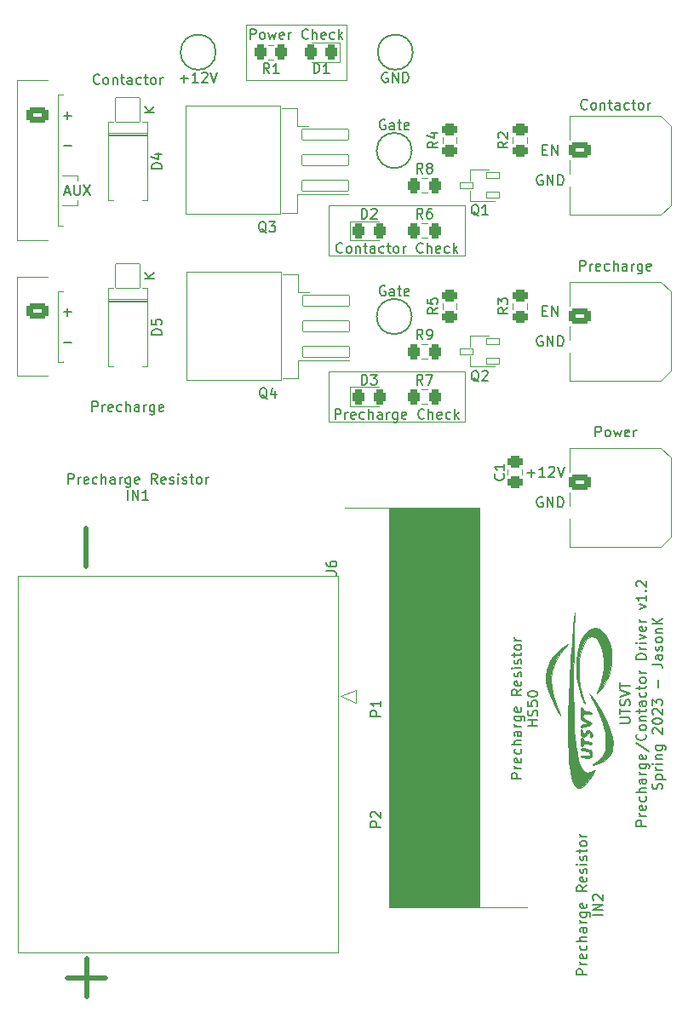
<source format=gto>
G04 #@! TF.GenerationSoftware,KiCad,Pcbnew,(6.0.7)*
G04 #@! TF.CreationDate,2023-02-11T16:50:08-06:00*
G04 #@! TF.ProjectId,ContactorDriver,436f6e74-6163-4746-9f72-447269766572,rev?*
G04 #@! TF.SameCoordinates,Original*
G04 #@! TF.FileFunction,Legend,Top*
G04 #@! TF.FilePolarity,Positive*
%FSLAX46Y46*%
G04 Gerber Fmt 4.6, Leading zero omitted, Abs format (unit mm)*
G04 Created by KiCad (PCBNEW (6.0.7)) date 2023-02-11 16:50:08*
%MOMM*%
%LPD*%
G01*
G04 APERTURE LIST*
G04 Aperture macros list*
%AMRoundRect*
0 Rectangle with rounded corners*
0 $1 Rounding radius*
0 $2 $3 $4 $5 $6 $7 $8 $9 X,Y pos of 4 corners*
0 Add a 4 corners polygon primitive as box body*
4,1,4,$2,$3,$4,$5,$6,$7,$8,$9,$2,$3,0*
0 Add four circle primitives for the rounded corners*
1,1,$1+$1,$2,$3*
1,1,$1+$1,$4,$5*
1,1,$1+$1,$6,$7*
1,1,$1+$1,$8,$9*
0 Add four rect primitives between the rounded corners*
20,1,$1+$1,$2,$3,$4,$5,0*
20,1,$1+$1,$4,$5,$6,$7,0*
20,1,$1+$1,$6,$7,$8,$9,0*
20,1,$1+$1,$8,$9,$2,$3,0*%
G04 Aperture macros list end*
%ADD10C,0.120000*%
%ADD11C,0.100000*%
%ADD12C,0.150000*%
%ADD13C,0.500000*%
%ADD14C,0.010000*%
%ADD15RoundRect,0.051000X-1.200000X1.200000X-1.200000X-1.200000X1.200000X-1.200000X1.200000X1.200000X0*%
%ADD16O,2.502000X2.502000*%
%ADD17RoundRect,0.301000X-0.325000X-0.450000X0.325000X-0.450000X0.325000X0.450000X-0.325000X0.450000X0*%
%ADD18C,3.102000*%
%ADD19C,1.372000*%
%ADD20RoundRect,0.301001X-0.759999X0.499999X-0.759999X-0.499999X0.759999X-0.499999X0.759999X0.499999X0*%
%ADD21O,2.122000X1.602000*%
%ADD22RoundRect,0.051000X2.300000X0.550000X-2.300000X0.550000X-2.300000X-0.550000X2.300000X-0.550000X0*%
%ADD23RoundRect,0.051000X4.700000X5.400000X-4.700000X5.400000X-4.700000X-5.400000X4.700000X-5.400000X0*%
%ADD24RoundRect,0.051000X0.610000X0.325000X-0.610000X0.325000X-0.610000X-0.325000X0.610000X-0.325000X0*%
%ADD25RoundRect,0.301000X0.450000X-0.325000X0.450000X0.325000X-0.450000X0.325000X-0.450000X-0.325000X0*%
%ADD26C,2.902000*%
%ADD27RoundRect,0.301000X0.325000X0.450000X-0.325000X0.450000X-0.325000X-0.450000X0.325000X-0.450000X0*%
%ADD28C,3.302400*%
%ADD29C,1.630064*%
%ADD30C,4.602880*%
%ADD31C,3.302000*%
%ADD32RoundRect,0.301000X-0.450000X0.325000X-0.450000X-0.325000X0.450000X-0.325000X0.450000X0.325000X0*%
G04 APERTURE END LIST*
D10*
X196000000Y-93500000D02*
X209500000Y-93500000D01*
X209500000Y-110000000D02*
X196000000Y-110000000D01*
X197750000Y-70500000D02*
X197750000Y-71000000D01*
X196000000Y-118500000D02*
X202000000Y-118500000D01*
X217400000Y-158200000D02*
X211000000Y-158200000D01*
X202000000Y-118500000D02*
X202000000Y-158200000D01*
X211000000Y-158200000D02*
X211000000Y-118500000D01*
X211000000Y-118500000D02*
X202000000Y-118500000D01*
X202000000Y-158200000D02*
X211000000Y-158200000D01*
D11*
G36*
X211000000Y-158200000D02*
G01*
X202000000Y-158200000D01*
X202000000Y-118500000D01*
X211000000Y-118500000D01*
X211000000Y-158200000D01*
G37*
X211000000Y-158200000D02*
X202000000Y-158200000D01*
X202000000Y-118500000D01*
X211000000Y-118500000D01*
X211000000Y-158200000D01*
D10*
X196000000Y-110000000D02*
X196000000Y-105000000D01*
X196000000Y-105000000D02*
X209500000Y-105000000D01*
X169500000Y-88500000D02*
X171000000Y-88500000D01*
X187750000Y-76000000D02*
X187750000Y-70500000D01*
X187750000Y-70500000D02*
X197750000Y-70500000D01*
X209500000Y-88500000D02*
X196000000Y-88500000D01*
X197750000Y-76000000D02*
X187750000Y-76000000D01*
X209500000Y-93500000D02*
X209500000Y-88500000D01*
X197750000Y-71000000D02*
X197750000Y-76000000D01*
X169500000Y-85500000D02*
X171000000Y-85500000D01*
X171000000Y-85500000D02*
X171000000Y-86000000D01*
X171000000Y-88500000D02*
X171000000Y-88000000D01*
X209500000Y-105000000D02*
X209500000Y-110000000D01*
X196000000Y-88500000D02*
X196000000Y-93500000D01*
D12*
X215738095Y-115071428D02*
X216500000Y-115071428D01*
X216119047Y-115452380D02*
X216119047Y-114690476D01*
X217500000Y-115452380D02*
X216928571Y-115452380D01*
X217214285Y-115452380D02*
X217214285Y-114452380D01*
X217119047Y-114595238D01*
X217023809Y-114690476D01*
X216928571Y-114738095D01*
X217880952Y-114547619D02*
X217928571Y-114500000D01*
X218023809Y-114452380D01*
X218261904Y-114452380D01*
X218357142Y-114500000D01*
X218404761Y-114547619D01*
X218452380Y-114642857D01*
X218452380Y-114738095D01*
X218404761Y-114880952D01*
X217833333Y-115452380D01*
X218452380Y-115452380D01*
X218738095Y-114452380D02*
X219071428Y-115452380D01*
X219404761Y-114452380D01*
X217238095Y-117500000D02*
X217142857Y-117452380D01*
X217000000Y-117452380D01*
X216857142Y-117500000D01*
X216761904Y-117595238D01*
X216714285Y-117690476D01*
X216666666Y-117880952D01*
X216666666Y-118023809D01*
X216714285Y-118214285D01*
X216761904Y-118309523D01*
X216857142Y-118404761D01*
X217000000Y-118452380D01*
X217095238Y-118452380D01*
X217238095Y-118404761D01*
X217285714Y-118357142D01*
X217285714Y-118023809D01*
X217095238Y-118023809D01*
X217714285Y-118452380D02*
X217714285Y-117452380D01*
X218285714Y-118452380D01*
X218285714Y-117452380D01*
X218761904Y-118452380D02*
X218761904Y-117452380D01*
X219000000Y-117452380D01*
X219142857Y-117500000D01*
X219238095Y-117595238D01*
X219285714Y-117690476D01*
X219333333Y-117880952D01*
X219333333Y-118023809D01*
X219285714Y-118214285D01*
X219238095Y-118309523D01*
X219142857Y-118404761D01*
X219000000Y-118452380D01*
X218761904Y-118452380D01*
X221647380Y-164928571D02*
X220647380Y-164928571D01*
X220647380Y-164547619D01*
X220695000Y-164452380D01*
X220742619Y-164404761D01*
X220837857Y-164357142D01*
X220980714Y-164357142D01*
X221075952Y-164404761D01*
X221123571Y-164452380D01*
X221171190Y-164547619D01*
X221171190Y-164928571D01*
X221647380Y-163928571D02*
X220980714Y-163928571D01*
X221171190Y-163928571D02*
X221075952Y-163880952D01*
X221028333Y-163833333D01*
X220980714Y-163738095D01*
X220980714Y-163642857D01*
X221599761Y-162928571D02*
X221647380Y-163023809D01*
X221647380Y-163214285D01*
X221599761Y-163309523D01*
X221504523Y-163357142D01*
X221123571Y-163357142D01*
X221028333Y-163309523D01*
X220980714Y-163214285D01*
X220980714Y-163023809D01*
X221028333Y-162928571D01*
X221123571Y-162880952D01*
X221218809Y-162880952D01*
X221314047Y-163357142D01*
X221599761Y-162023809D02*
X221647380Y-162119047D01*
X221647380Y-162309523D01*
X221599761Y-162404761D01*
X221552142Y-162452380D01*
X221456904Y-162500000D01*
X221171190Y-162500000D01*
X221075952Y-162452380D01*
X221028333Y-162404761D01*
X220980714Y-162309523D01*
X220980714Y-162119047D01*
X221028333Y-162023809D01*
X221647380Y-161595238D02*
X220647380Y-161595238D01*
X221647380Y-161166666D02*
X221123571Y-161166666D01*
X221028333Y-161214285D01*
X220980714Y-161309523D01*
X220980714Y-161452380D01*
X221028333Y-161547619D01*
X221075952Y-161595238D01*
X221647380Y-160261904D02*
X221123571Y-160261904D01*
X221028333Y-160309523D01*
X220980714Y-160404761D01*
X220980714Y-160595238D01*
X221028333Y-160690476D01*
X221599761Y-160261904D02*
X221647380Y-160357142D01*
X221647380Y-160595238D01*
X221599761Y-160690476D01*
X221504523Y-160738095D01*
X221409285Y-160738095D01*
X221314047Y-160690476D01*
X221266428Y-160595238D01*
X221266428Y-160357142D01*
X221218809Y-160261904D01*
X221647380Y-159785714D02*
X220980714Y-159785714D01*
X221171190Y-159785714D02*
X221075952Y-159738095D01*
X221028333Y-159690476D01*
X220980714Y-159595238D01*
X220980714Y-159500000D01*
X220980714Y-158738095D02*
X221790238Y-158738095D01*
X221885476Y-158785714D01*
X221933095Y-158833333D01*
X221980714Y-158928571D01*
X221980714Y-159071428D01*
X221933095Y-159166666D01*
X221599761Y-158738095D02*
X221647380Y-158833333D01*
X221647380Y-159023809D01*
X221599761Y-159119047D01*
X221552142Y-159166666D01*
X221456904Y-159214285D01*
X221171190Y-159214285D01*
X221075952Y-159166666D01*
X221028333Y-159119047D01*
X220980714Y-159023809D01*
X220980714Y-158833333D01*
X221028333Y-158738095D01*
X221599761Y-157880952D02*
X221647380Y-157976190D01*
X221647380Y-158166666D01*
X221599761Y-158261904D01*
X221504523Y-158309523D01*
X221123571Y-158309523D01*
X221028333Y-158261904D01*
X220980714Y-158166666D01*
X220980714Y-157976190D01*
X221028333Y-157880952D01*
X221123571Y-157833333D01*
X221218809Y-157833333D01*
X221314047Y-158309523D01*
X221647380Y-156071428D02*
X221171190Y-156404761D01*
X221647380Y-156642857D02*
X220647380Y-156642857D01*
X220647380Y-156261904D01*
X220695000Y-156166666D01*
X220742619Y-156119047D01*
X220837857Y-156071428D01*
X220980714Y-156071428D01*
X221075952Y-156119047D01*
X221123571Y-156166666D01*
X221171190Y-156261904D01*
X221171190Y-156642857D01*
X221599761Y-155261904D02*
X221647380Y-155357142D01*
X221647380Y-155547619D01*
X221599761Y-155642857D01*
X221504523Y-155690476D01*
X221123571Y-155690476D01*
X221028333Y-155642857D01*
X220980714Y-155547619D01*
X220980714Y-155357142D01*
X221028333Y-155261904D01*
X221123571Y-155214285D01*
X221218809Y-155214285D01*
X221314047Y-155690476D01*
X221599761Y-154833333D02*
X221647380Y-154738095D01*
X221647380Y-154547619D01*
X221599761Y-154452380D01*
X221504523Y-154404761D01*
X221456904Y-154404761D01*
X221361666Y-154452380D01*
X221314047Y-154547619D01*
X221314047Y-154690476D01*
X221266428Y-154785714D01*
X221171190Y-154833333D01*
X221123571Y-154833333D01*
X221028333Y-154785714D01*
X220980714Y-154690476D01*
X220980714Y-154547619D01*
X221028333Y-154452380D01*
X221647380Y-153976190D02*
X220980714Y-153976190D01*
X220647380Y-153976190D02*
X220695000Y-154023809D01*
X220742619Y-153976190D01*
X220695000Y-153928571D01*
X220647380Y-153976190D01*
X220742619Y-153976190D01*
X221599761Y-153547619D02*
X221647380Y-153452380D01*
X221647380Y-153261904D01*
X221599761Y-153166666D01*
X221504523Y-153119047D01*
X221456904Y-153119047D01*
X221361666Y-153166666D01*
X221314047Y-153261904D01*
X221314047Y-153404761D01*
X221266428Y-153500000D01*
X221171190Y-153547619D01*
X221123571Y-153547619D01*
X221028333Y-153500000D01*
X220980714Y-153404761D01*
X220980714Y-153261904D01*
X221028333Y-153166666D01*
X220980714Y-152833333D02*
X220980714Y-152452380D01*
X220647380Y-152690476D02*
X221504523Y-152690476D01*
X221599761Y-152642857D01*
X221647380Y-152547619D01*
X221647380Y-152452380D01*
X221647380Y-151976190D02*
X221599761Y-152071428D01*
X221552142Y-152119047D01*
X221456904Y-152166666D01*
X221171190Y-152166666D01*
X221075952Y-152119047D01*
X221028333Y-152071428D01*
X220980714Y-151976190D01*
X220980714Y-151833333D01*
X221028333Y-151738095D01*
X221075952Y-151690476D01*
X221171190Y-151642857D01*
X221456904Y-151642857D01*
X221552142Y-151690476D01*
X221599761Y-151738095D01*
X221647380Y-151833333D01*
X221647380Y-151976190D01*
X221647380Y-151214285D02*
X220980714Y-151214285D01*
X221171190Y-151214285D02*
X221075952Y-151166666D01*
X221028333Y-151119047D01*
X220980714Y-151023809D01*
X220980714Y-150928571D01*
X223257380Y-159000000D02*
X222257380Y-159000000D01*
X223257380Y-158523809D02*
X222257380Y-158523809D01*
X223257380Y-157952380D01*
X222257380Y-157952380D01*
X222352619Y-157523809D02*
X222305000Y-157476190D01*
X222257380Y-157380952D01*
X222257380Y-157142857D01*
X222305000Y-157047619D01*
X222352619Y-157000000D01*
X222447857Y-156952380D01*
X222543095Y-156952380D01*
X222685952Y-157000000D01*
X223257380Y-157571428D01*
X223257380Y-156952380D01*
X215147380Y-145428571D02*
X214147380Y-145428571D01*
X214147380Y-145047619D01*
X214195000Y-144952380D01*
X214242619Y-144904761D01*
X214337857Y-144857142D01*
X214480714Y-144857142D01*
X214575952Y-144904761D01*
X214623571Y-144952380D01*
X214671190Y-145047619D01*
X214671190Y-145428571D01*
X215147380Y-144428571D02*
X214480714Y-144428571D01*
X214671190Y-144428571D02*
X214575952Y-144380952D01*
X214528333Y-144333333D01*
X214480714Y-144238095D01*
X214480714Y-144142857D01*
X215099761Y-143428571D02*
X215147380Y-143523809D01*
X215147380Y-143714285D01*
X215099761Y-143809523D01*
X215004523Y-143857142D01*
X214623571Y-143857142D01*
X214528333Y-143809523D01*
X214480714Y-143714285D01*
X214480714Y-143523809D01*
X214528333Y-143428571D01*
X214623571Y-143380952D01*
X214718809Y-143380952D01*
X214814047Y-143857142D01*
X215099761Y-142523809D02*
X215147380Y-142619047D01*
X215147380Y-142809523D01*
X215099761Y-142904761D01*
X215052142Y-142952380D01*
X214956904Y-143000000D01*
X214671190Y-143000000D01*
X214575952Y-142952380D01*
X214528333Y-142904761D01*
X214480714Y-142809523D01*
X214480714Y-142619047D01*
X214528333Y-142523809D01*
X215147380Y-142095238D02*
X214147380Y-142095238D01*
X215147380Y-141666666D02*
X214623571Y-141666666D01*
X214528333Y-141714285D01*
X214480714Y-141809523D01*
X214480714Y-141952380D01*
X214528333Y-142047619D01*
X214575952Y-142095238D01*
X215147380Y-140761904D02*
X214623571Y-140761904D01*
X214528333Y-140809523D01*
X214480714Y-140904761D01*
X214480714Y-141095238D01*
X214528333Y-141190476D01*
X215099761Y-140761904D02*
X215147380Y-140857142D01*
X215147380Y-141095238D01*
X215099761Y-141190476D01*
X215004523Y-141238095D01*
X214909285Y-141238095D01*
X214814047Y-141190476D01*
X214766428Y-141095238D01*
X214766428Y-140857142D01*
X214718809Y-140761904D01*
X215147380Y-140285714D02*
X214480714Y-140285714D01*
X214671190Y-140285714D02*
X214575952Y-140238095D01*
X214528333Y-140190476D01*
X214480714Y-140095238D01*
X214480714Y-140000000D01*
X214480714Y-139238095D02*
X215290238Y-139238095D01*
X215385476Y-139285714D01*
X215433095Y-139333333D01*
X215480714Y-139428571D01*
X215480714Y-139571428D01*
X215433095Y-139666666D01*
X215099761Y-139238095D02*
X215147380Y-139333333D01*
X215147380Y-139523809D01*
X215099761Y-139619047D01*
X215052142Y-139666666D01*
X214956904Y-139714285D01*
X214671190Y-139714285D01*
X214575952Y-139666666D01*
X214528333Y-139619047D01*
X214480714Y-139523809D01*
X214480714Y-139333333D01*
X214528333Y-139238095D01*
X215099761Y-138380952D02*
X215147380Y-138476190D01*
X215147380Y-138666666D01*
X215099761Y-138761904D01*
X215004523Y-138809523D01*
X214623571Y-138809523D01*
X214528333Y-138761904D01*
X214480714Y-138666666D01*
X214480714Y-138476190D01*
X214528333Y-138380952D01*
X214623571Y-138333333D01*
X214718809Y-138333333D01*
X214814047Y-138809523D01*
X215147380Y-136571428D02*
X214671190Y-136904761D01*
X215147380Y-137142857D02*
X214147380Y-137142857D01*
X214147380Y-136761904D01*
X214195000Y-136666666D01*
X214242619Y-136619047D01*
X214337857Y-136571428D01*
X214480714Y-136571428D01*
X214575952Y-136619047D01*
X214623571Y-136666666D01*
X214671190Y-136761904D01*
X214671190Y-137142857D01*
X215099761Y-135761904D02*
X215147380Y-135857142D01*
X215147380Y-136047619D01*
X215099761Y-136142857D01*
X215004523Y-136190476D01*
X214623571Y-136190476D01*
X214528333Y-136142857D01*
X214480714Y-136047619D01*
X214480714Y-135857142D01*
X214528333Y-135761904D01*
X214623571Y-135714285D01*
X214718809Y-135714285D01*
X214814047Y-136190476D01*
X215099761Y-135333333D02*
X215147380Y-135238095D01*
X215147380Y-135047619D01*
X215099761Y-134952380D01*
X215004523Y-134904761D01*
X214956904Y-134904761D01*
X214861666Y-134952380D01*
X214814047Y-135047619D01*
X214814047Y-135190476D01*
X214766428Y-135285714D01*
X214671190Y-135333333D01*
X214623571Y-135333333D01*
X214528333Y-135285714D01*
X214480714Y-135190476D01*
X214480714Y-135047619D01*
X214528333Y-134952380D01*
X215147380Y-134476190D02*
X214480714Y-134476190D01*
X214147380Y-134476190D02*
X214195000Y-134523809D01*
X214242619Y-134476190D01*
X214195000Y-134428571D01*
X214147380Y-134476190D01*
X214242619Y-134476190D01*
X215099761Y-134047619D02*
X215147380Y-133952380D01*
X215147380Y-133761904D01*
X215099761Y-133666666D01*
X215004523Y-133619047D01*
X214956904Y-133619047D01*
X214861666Y-133666666D01*
X214814047Y-133761904D01*
X214814047Y-133904761D01*
X214766428Y-134000000D01*
X214671190Y-134047619D01*
X214623571Y-134047619D01*
X214528333Y-134000000D01*
X214480714Y-133904761D01*
X214480714Y-133761904D01*
X214528333Y-133666666D01*
X214480714Y-133333333D02*
X214480714Y-132952380D01*
X214147380Y-133190476D02*
X215004523Y-133190476D01*
X215099761Y-133142857D01*
X215147380Y-133047619D01*
X215147380Y-132952380D01*
X215147380Y-132476190D02*
X215099761Y-132571428D01*
X215052142Y-132619047D01*
X214956904Y-132666666D01*
X214671190Y-132666666D01*
X214575952Y-132619047D01*
X214528333Y-132571428D01*
X214480714Y-132476190D01*
X214480714Y-132333333D01*
X214528333Y-132238095D01*
X214575952Y-132190476D01*
X214671190Y-132142857D01*
X214956904Y-132142857D01*
X215052142Y-132190476D01*
X215099761Y-132238095D01*
X215147380Y-132333333D01*
X215147380Y-132476190D01*
X215147380Y-131714285D02*
X214480714Y-131714285D01*
X214671190Y-131714285D02*
X214575952Y-131666666D01*
X214528333Y-131619047D01*
X214480714Y-131523809D01*
X214480714Y-131428571D01*
X216757380Y-140214285D02*
X215757380Y-140214285D01*
X216233571Y-140214285D02*
X216233571Y-139642857D01*
X216757380Y-139642857D02*
X215757380Y-139642857D01*
X216709761Y-139214285D02*
X216757380Y-139071428D01*
X216757380Y-138833333D01*
X216709761Y-138738095D01*
X216662142Y-138690476D01*
X216566904Y-138642857D01*
X216471666Y-138642857D01*
X216376428Y-138690476D01*
X216328809Y-138738095D01*
X216281190Y-138833333D01*
X216233571Y-139023809D01*
X216185952Y-139119047D01*
X216138333Y-139166666D01*
X216043095Y-139214285D01*
X215947857Y-139214285D01*
X215852619Y-139166666D01*
X215805000Y-139119047D01*
X215757380Y-139023809D01*
X215757380Y-138785714D01*
X215805000Y-138642857D01*
X215757380Y-137738095D02*
X215757380Y-138214285D01*
X216233571Y-138261904D01*
X216185952Y-138214285D01*
X216138333Y-138119047D01*
X216138333Y-137880952D01*
X216185952Y-137785714D01*
X216233571Y-137738095D01*
X216328809Y-137690476D01*
X216566904Y-137690476D01*
X216662142Y-137738095D01*
X216709761Y-137785714D01*
X216757380Y-137880952D01*
X216757380Y-138119047D01*
X216709761Y-138214285D01*
X216662142Y-138261904D01*
X215757380Y-137071428D02*
X215757380Y-136976190D01*
X215805000Y-136880952D01*
X215852619Y-136833333D01*
X215947857Y-136785714D01*
X216138333Y-136738095D01*
X216376428Y-136738095D01*
X216566904Y-136785714D01*
X216662142Y-136833333D01*
X216709761Y-136880952D01*
X216757380Y-136976190D01*
X216757380Y-137071428D01*
X216709761Y-137166666D01*
X216662142Y-137214285D01*
X216566904Y-137261904D01*
X216376428Y-137309523D01*
X216138333Y-137309523D01*
X215947857Y-137261904D01*
X215852619Y-137214285D01*
X215805000Y-137166666D01*
X215757380Y-137071428D01*
D13*
X171857142Y-124404761D02*
X171857142Y-120595238D01*
D12*
X188178571Y-71952380D02*
X188178571Y-70952380D01*
X188559523Y-70952380D01*
X188654761Y-71000000D01*
X188702380Y-71047619D01*
X188750000Y-71142857D01*
X188750000Y-71285714D01*
X188702380Y-71380952D01*
X188654761Y-71428571D01*
X188559523Y-71476190D01*
X188178571Y-71476190D01*
X189321428Y-71952380D02*
X189226190Y-71904761D01*
X189178571Y-71857142D01*
X189130952Y-71761904D01*
X189130952Y-71476190D01*
X189178571Y-71380952D01*
X189226190Y-71333333D01*
X189321428Y-71285714D01*
X189464285Y-71285714D01*
X189559523Y-71333333D01*
X189607142Y-71380952D01*
X189654761Y-71476190D01*
X189654761Y-71761904D01*
X189607142Y-71857142D01*
X189559523Y-71904761D01*
X189464285Y-71952380D01*
X189321428Y-71952380D01*
X189988095Y-71285714D02*
X190178571Y-71952380D01*
X190369047Y-71476190D01*
X190559523Y-71952380D01*
X190750000Y-71285714D01*
X191511904Y-71904761D02*
X191416666Y-71952380D01*
X191226190Y-71952380D01*
X191130952Y-71904761D01*
X191083333Y-71809523D01*
X191083333Y-71428571D01*
X191130952Y-71333333D01*
X191226190Y-71285714D01*
X191416666Y-71285714D01*
X191511904Y-71333333D01*
X191559523Y-71428571D01*
X191559523Y-71523809D01*
X191083333Y-71619047D01*
X191988095Y-71952380D02*
X191988095Y-71285714D01*
X191988095Y-71476190D02*
X192035714Y-71380952D01*
X192083333Y-71333333D01*
X192178571Y-71285714D01*
X192273809Y-71285714D01*
X193940476Y-71857142D02*
X193892857Y-71904761D01*
X193750000Y-71952380D01*
X193654761Y-71952380D01*
X193511904Y-71904761D01*
X193416666Y-71809523D01*
X193369047Y-71714285D01*
X193321428Y-71523809D01*
X193321428Y-71380952D01*
X193369047Y-71190476D01*
X193416666Y-71095238D01*
X193511904Y-71000000D01*
X193654761Y-70952380D01*
X193750000Y-70952380D01*
X193892857Y-71000000D01*
X193940476Y-71047619D01*
X194369047Y-71952380D02*
X194369047Y-70952380D01*
X194797619Y-71952380D02*
X194797619Y-71428571D01*
X194750000Y-71333333D01*
X194654761Y-71285714D01*
X194511904Y-71285714D01*
X194416666Y-71333333D01*
X194369047Y-71380952D01*
X195654761Y-71904761D02*
X195559523Y-71952380D01*
X195369047Y-71952380D01*
X195273809Y-71904761D01*
X195226190Y-71809523D01*
X195226190Y-71428571D01*
X195273809Y-71333333D01*
X195369047Y-71285714D01*
X195559523Y-71285714D01*
X195654761Y-71333333D01*
X195702380Y-71428571D01*
X195702380Y-71523809D01*
X195226190Y-71619047D01*
X196559523Y-71904761D02*
X196464285Y-71952380D01*
X196273809Y-71952380D01*
X196178571Y-71904761D01*
X196130952Y-71857142D01*
X196083333Y-71761904D01*
X196083333Y-71476190D01*
X196130952Y-71380952D01*
X196178571Y-71333333D01*
X196273809Y-71285714D01*
X196464285Y-71285714D01*
X196559523Y-71333333D01*
X196988095Y-71952380D02*
X196988095Y-70952380D01*
X197083333Y-71571428D02*
X197369047Y-71952380D01*
X197369047Y-71285714D02*
X196988095Y-71666666D01*
X217261904Y-82928571D02*
X217595238Y-82928571D01*
X217738095Y-83452380D02*
X217261904Y-83452380D01*
X217261904Y-82452380D01*
X217738095Y-82452380D01*
X218166666Y-83452380D02*
X218166666Y-82452380D01*
X218738095Y-83452380D01*
X218738095Y-82452380D01*
X217238095Y-85500000D02*
X217142857Y-85452380D01*
X217000000Y-85452380D01*
X216857142Y-85500000D01*
X216761904Y-85595238D01*
X216714285Y-85690476D01*
X216666666Y-85880952D01*
X216666666Y-86023809D01*
X216714285Y-86214285D01*
X216761904Y-86309523D01*
X216857142Y-86404761D01*
X217000000Y-86452380D01*
X217095238Y-86452380D01*
X217238095Y-86404761D01*
X217285714Y-86357142D01*
X217285714Y-86023809D01*
X217095238Y-86023809D01*
X217714285Y-86452380D02*
X217714285Y-85452380D01*
X218285714Y-86452380D01*
X218285714Y-85452380D01*
X218761904Y-86452380D02*
X218761904Y-85452380D01*
X219000000Y-85452380D01*
X219142857Y-85500000D01*
X219238095Y-85595238D01*
X219285714Y-85690476D01*
X219333333Y-85880952D01*
X219333333Y-86023809D01*
X219285714Y-86214285D01*
X219238095Y-86309523D01*
X219142857Y-86404761D01*
X219000000Y-86452380D01*
X218761904Y-86452380D01*
X217261904Y-98928571D02*
X217595238Y-98928571D01*
X217738095Y-99452380D02*
X217261904Y-99452380D01*
X217261904Y-98452380D01*
X217738095Y-98452380D01*
X218166666Y-99452380D02*
X218166666Y-98452380D01*
X218738095Y-99452380D01*
X218738095Y-98452380D01*
X220976190Y-94952380D02*
X220976190Y-93952380D01*
X221357142Y-93952380D01*
X221452380Y-94000000D01*
X221500000Y-94047619D01*
X221547619Y-94142857D01*
X221547619Y-94285714D01*
X221500000Y-94380952D01*
X221452380Y-94428571D01*
X221357142Y-94476190D01*
X220976190Y-94476190D01*
X221976190Y-94952380D02*
X221976190Y-94285714D01*
X221976190Y-94476190D02*
X222023809Y-94380952D01*
X222071428Y-94333333D01*
X222166666Y-94285714D01*
X222261904Y-94285714D01*
X222976190Y-94904761D02*
X222880952Y-94952380D01*
X222690476Y-94952380D01*
X222595238Y-94904761D01*
X222547619Y-94809523D01*
X222547619Y-94428571D01*
X222595238Y-94333333D01*
X222690476Y-94285714D01*
X222880952Y-94285714D01*
X222976190Y-94333333D01*
X223023809Y-94428571D01*
X223023809Y-94523809D01*
X222547619Y-94619047D01*
X223880952Y-94904761D02*
X223785714Y-94952380D01*
X223595238Y-94952380D01*
X223500000Y-94904761D01*
X223452380Y-94857142D01*
X223404761Y-94761904D01*
X223404761Y-94476190D01*
X223452380Y-94380952D01*
X223500000Y-94333333D01*
X223595238Y-94285714D01*
X223785714Y-94285714D01*
X223880952Y-94333333D01*
X224309523Y-94952380D02*
X224309523Y-93952380D01*
X224738095Y-94952380D02*
X224738095Y-94428571D01*
X224690476Y-94333333D01*
X224595238Y-94285714D01*
X224452380Y-94285714D01*
X224357142Y-94333333D01*
X224309523Y-94380952D01*
X225642857Y-94952380D02*
X225642857Y-94428571D01*
X225595238Y-94333333D01*
X225500000Y-94285714D01*
X225309523Y-94285714D01*
X225214285Y-94333333D01*
X225642857Y-94904761D02*
X225547619Y-94952380D01*
X225309523Y-94952380D01*
X225214285Y-94904761D01*
X225166666Y-94809523D01*
X225166666Y-94714285D01*
X225214285Y-94619047D01*
X225309523Y-94571428D01*
X225547619Y-94571428D01*
X225642857Y-94523809D01*
X226119047Y-94952380D02*
X226119047Y-94285714D01*
X226119047Y-94476190D02*
X226166666Y-94380952D01*
X226214285Y-94333333D01*
X226309523Y-94285714D01*
X226404761Y-94285714D01*
X227166666Y-94285714D02*
X227166666Y-95095238D01*
X227119047Y-95190476D01*
X227071428Y-95238095D01*
X226976190Y-95285714D01*
X226833333Y-95285714D01*
X226738095Y-95238095D01*
X227166666Y-94904761D02*
X227071428Y-94952380D01*
X226880952Y-94952380D01*
X226785714Y-94904761D01*
X226738095Y-94857142D01*
X226690476Y-94761904D01*
X226690476Y-94476190D01*
X226738095Y-94380952D01*
X226785714Y-94333333D01*
X226880952Y-94285714D01*
X227071428Y-94285714D01*
X227166666Y-94333333D01*
X228023809Y-94904761D02*
X227928571Y-94952380D01*
X227738095Y-94952380D01*
X227642857Y-94904761D01*
X227595238Y-94809523D01*
X227595238Y-94428571D01*
X227642857Y-94333333D01*
X227738095Y-94285714D01*
X227928571Y-94285714D01*
X228023809Y-94333333D01*
X228071428Y-94428571D01*
X228071428Y-94523809D01*
X227595238Y-94619047D01*
X170071428Y-116147380D02*
X170071428Y-115147380D01*
X170452380Y-115147380D01*
X170547619Y-115195000D01*
X170595238Y-115242619D01*
X170642857Y-115337857D01*
X170642857Y-115480714D01*
X170595238Y-115575952D01*
X170547619Y-115623571D01*
X170452380Y-115671190D01*
X170071428Y-115671190D01*
X171071428Y-116147380D02*
X171071428Y-115480714D01*
X171071428Y-115671190D02*
X171119047Y-115575952D01*
X171166666Y-115528333D01*
X171261904Y-115480714D01*
X171357142Y-115480714D01*
X172071428Y-116099761D02*
X171976190Y-116147380D01*
X171785714Y-116147380D01*
X171690476Y-116099761D01*
X171642857Y-116004523D01*
X171642857Y-115623571D01*
X171690476Y-115528333D01*
X171785714Y-115480714D01*
X171976190Y-115480714D01*
X172071428Y-115528333D01*
X172119047Y-115623571D01*
X172119047Y-115718809D01*
X171642857Y-115814047D01*
X172976190Y-116099761D02*
X172880952Y-116147380D01*
X172690476Y-116147380D01*
X172595238Y-116099761D01*
X172547619Y-116052142D01*
X172500000Y-115956904D01*
X172500000Y-115671190D01*
X172547619Y-115575952D01*
X172595238Y-115528333D01*
X172690476Y-115480714D01*
X172880952Y-115480714D01*
X172976190Y-115528333D01*
X173404761Y-116147380D02*
X173404761Y-115147380D01*
X173833333Y-116147380D02*
X173833333Y-115623571D01*
X173785714Y-115528333D01*
X173690476Y-115480714D01*
X173547619Y-115480714D01*
X173452380Y-115528333D01*
X173404761Y-115575952D01*
X174738095Y-116147380D02*
X174738095Y-115623571D01*
X174690476Y-115528333D01*
X174595238Y-115480714D01*
X174404761Y-115480714D01*
X174309523Y-115528333D01*
X174738095Y-116099761D02*
X174642857Y-116147380D01*
X174404761Y-116147380D01*
X174309523Y-116099761D01*
X174261904Y-116004523D01*
X174261904Y-115909285D01*
X174309523Y-115814047D01*
X174404761Y-115766428D01*
X174642857Y-115766428D01*
X174738095Y-115718809D01*
X175214285Y-116147380D02*
X175214285Y-115480714D01*
X175214285Y-115671190D02*
X175261904Y-115575952D01*
X175309523Y-115528333D01*
X175404761Y-115480714D01*
X175500000Y-115480714D01*
X176261904Y-115480714D02*
X176261904Y-116290238D01*
X176214285Y-116385476D01*
X176166666Y-116433095D01*
X176071428Y-116480714D01*
X175928571Y-116480714D01*
X175833333Y-116433095D01*
X176261904Y-116099761D02*
X176166666Y-116147380D01*
X175976190Y-116147380D01*
X175880952Y-116099761D01*
X175833333Y-116052142D01*
X175785714Y-115956904D01*
X175785714Y-115671190D01*
X175833333Y-115575952D01*
X175880952Y-115528333D01*
X175976190Y-115480714D01*
X176166666Y-115480714D01*
X176261904Y-115528333D01*
X177119047Y-116099761D02*
X177023809Y-116147380D01*
X176833333Y-116147380D01*
X176738095Y-116099761D01*
X176690476Y-116004523D01*
X176690476Y-115623571D01*
X176738095Y-115528333D01*
X176833333Y-115480714D01*
X177023809Y-115480714D01*
X177119047Y-115528333D01*
X177166666Y-115623571D01*
X177166666Y-115718809D01*
X176690476Y-115814047D01*
X178928571Y-116147380D02*
X178595238Y-115671190D01*
X178357142Y-116147380D02*
X178357142Y-115147380D01*
X178738095Y-115147380D01*
X178833333Y-115195000D01*
X178880952Y-115242619D01*
X178928571Y-115337857D01*
X178928571Y-115480714D01*
X178880952Y-115575952D01*
X178833333Y-115623571D01*
X178738095Y-115671190D01*
X178357142Y-115671190D01*
X179738095Y-116099761D02*
X179642857Y-116147380D01*
X179452380Y-116147380D01*
X179357142Y-116099761D01*
X179309523Y-116004523D01*
X179309523Y-115623571D01*
X179357142Y-115528333D01*
X179452380Y-115480714D01*
X179642857Y-115480714D01*
X179738095Y-115528333D01*
X179785714Y-115623571D01*
X179785714Y-115718809D01*
X179309523Y-115814047D01*
X180166666Y-116099761D02*
X180261904Y-116147380D01*
X180452380Y-116147380D01*
X180547619Y-116099761D01*
X180595238Y-116004523D01*
X180595238Y-115956904D01*
X180547619Y-115861666D01*
X180452380Y-115814047D01*
X180309523Y-115814047D01*
X180214285Y-115766428D01*
X180166666Y-115671190D01*
X180166666Y-115623571D01*
X180214285Y-115528333D01*
X180309523Y-115480714D01*
X180452380Y-115480714D01*
X180547619Y-115528333D01*
X181023809Y-116147380D02*
X181023809Y-115480714D01*
X181023809Y-115147380D02*
X180976190Y-115195000D01*
X181023809Y-115242619D01*
X181071428Y-115195000D01*
X181023809Y-115147380D01*
X181023809Y-115242619D01*
X181452380Y-116099761D02*
X181547619Y-116147380D01*
X181738095Y-116147380D01*
X181833333Y-116099761D01*
X181880952Y-116004523D01*
X181880952Y-115956904D01*
X181833333Y-115861666D01*
X181738095Y-115814047D01*
X181595238Y-115814047D01*
X181500000Y-115766428D01*
X181452380Y-115671190D01*
X181452380Y-115623571D01*
X181500000Y-115528333D01*
X181595238Y-115480714D01*
X181738095Y-115480714D01*
X181833333Y-115528333D01*
X182166666Y-115480714D02*
X182547619Y-115480714D01*
X182309523Y-115147380D02*
X182309523Y-116004523D01*
X182357142Y-116099761D01*
X182452380Y-116147380D01*
X182547619Y-116147380D01*
X183023809Y-116147380D02*
X182928571Y-116099761D01*
X182880952Y-116052142D01*
X182833333Y-115956904D01*
X182833333Y-115671190D01*
X182880952Y-115575952D01*
X182928571Y-115528333D01*
X183023809Y-115480714D01*
X183166666Y-115480714D01*
X183261904Y-115528333D01*
X183309523Y-115575952D01*
X183357142Y-115671190D01*
X183357142Y-115956904D01*
X183309523Y-116052142D01*
X183261904Y-116099761D01*
X183166666Y-116147380D01*
X183023809Y-116147380D01*
X183785714Y-116147380D02*
X183785714Y-115480714D01*
X183785714Y-115671190D02*
X183833333Y-115575952D01*
X183880952Y-115528333D01*
X183976190Y-115480714D01*
X184071428Y-115480714D01*
X176000000Y-117757380D02*
X176000000Y-116757380D01*
X176476190Y-117757380D02*
X176476190Y-116757380D01*
X177047619Y-117757380D01*
X177047619Y-116757380D01*
X178047619Y-117757380D02*
X177476190Y-117757380D01*
X177761904Y-117757380D02*
X177761904Y-116757380D01*
X177666666Y-116900238D01*
X177571428Y-116995476D01*
X177476190Y-117043095D01*
X169619047Y-99071428D02*
X170380952Y-99071428D01*
X170000000Y-99452380D02*
X170000000Y-98690476D01*
D13*
X169995238Y-165257142D02*
X173804761Y-165257142D01*
X171900000Y-167161904D02*
X171900000Y-163352380D01*
D12*
X181238095Y-75871428D02*
X182000000Y-75871428D01*
X181619047Y-76252380D02*
X181619047Y-75490476D01*
X183000000Y-76252380D02*
X182428571Y-76252380D01*
X182714285Y-76252380D02*
X182714285Y-75252380D01*
X182619047Y-75395238D01*
X182523809Y-75490476D01*
X182428571Y-75538095D01*
X183380952Y-75347619D02*
X183428571Y-75300000D01*
X183523809Y-75252380D01*
X183761904Y-75252380D01*
X183857142Y-75300000D01*
X183904761Y-75347619D01*
X183952380Y-75442857D01*
X183952380Y-75538095D01*
X183904761Y-75680952D01*
X183333333Y-76252380D01*
X183952380Y-76252380D01*
X184238095Y-75252380D02*
X184571428Y-76252380D01*
X184904761Y-75252380D01*
X201838095Y-75300000D02*
X201742857Y-75252380D01*
X201600000Y-75252380D01*
X201457142Y-75300000D01*
X201361904Y-75395238D01*
X201314285Y-75490476D01*
X201266666Y-75680952D01*
X201266666Y-75823809D01*
X201314285Y-76014285D01*
X201361904Y-76109523D01*
X201457142Y-76204761D01*
X201600000Y-76252380D01*
X201695238Y-76252380D01*
X201838095Y-76204761D01*
X201885714Y-76157142D01*
X201885714Y-75823809D01*
X201695238Y-75823809D01*
X202314285Y-76252380D02*
X202314285Y-75252380D01*
X202885714Y-76252380D01*
X202885714Y-75252380D01*
X203361904Y-76252380D02*
X203361904Y-75252380D01*
X203600000Y-75252380D01*
X203742857Y-75300000D01*
X203838095Y-75395238D01*
X203885714Y-75490476D01*
X203933333Y-75680952D01*
X203933333Y-75823809D01*
X203885714Y-76014285D01*
X203838095Y-76109523D01*
X203742857Y-76204761D01*
X203600000Y-76252380D01*
X203361904Y-76252380D01*
X222523809Y-111452380D02*
X222523809Y-110452380D01*
X222904761Y-110452380D01*
X223000000Y-110500000D01*
X223047619Y-110547619D01*
X223095238Y-110642857D01*
X223095238Y-110785714D01*
X223047619Y-110880952D01*
X223000000Y-110928571D01*
X222904761Y-110976190D01*
X222523809Y-110976190D01*
X223666666Y-111452380D02*
X223571428Y-111404761D01*
X223523809Y-111357142D01*
X223476190Y-111261904D01*
X223476190Y-110976190D01*
X223523809Y-110880952D01*
X223571428Y-110833333D01*
X223666666Y-110785714D01*
X223809523Y-110785714D01*
X223904761Y-110833333D01*
X223952380Y-110880952D01*
X224000000Y-110976190D01*
X224000000Y-111261904D01*
X223952380Y-111357142D01*
X223904761Y-111404761D01*
X223809523Y-111452380D01*
X223666666Y-111452380D01*
X224333333Y-110785714D02*
X224523809Y-111452380D01*
X224714285Y-110976190D01*
X224904761Y-111452380D01*
X225095238Y-110785714D01*
X225857142Y-111404761D02*
X225761904Y-111452380D01*
X225571428Y-111452380D01*
X225476190Y-111404761D01*
X225428571Y-111309523D01*
X225428571Y-110928571D01*
X225476190Y-110833333D01*
X225571428Y-110785714D01*
X225761904Y-110785714D01*
X225857142Y-110833333D01*
X225904761Y-110928571D01*
X225904761Y-111023809D01*
X225428571Y-111119047D01*
X226333333Y-111452380D02*
X226333333Y-110785714D01*
X226333333Y-110976190D02*
X226380952Y-110880952D01*
X226428571Y-110833333D01*
X226523809Y-110785714D01*
X226619047Y-110785714D01*
X197345238Y-93107142D02*
X197297619Y-93154761D01*
X197154761Y-93202380D01*
X197059523Y-93202380D01*
X196916666Y-93154761D01*
X196821428Y-93059523D01*
X196773809Y-92964285D01*
X196726190Y-92773809D01*
X196726190Y-92630952D01*
X196773809Y-92440476D01*
X196821428Y-92345238D01*
X196916666Y-92250000D01*
X197059523Y-92202380D01*
X197154761Y-92202380D01*
X197297619Y-92250000D01*
X197345238Y-92297619D01*
X197916666Y-93202380D02*
X197821428Y-93154761D01*
X197773809Y-93107142D01*
X197726190Y-93011904D01*
X197726190Y-92726190D01*
X197773809Y-92630952D01*
X197821428Y-92583333D01*
X197916666Y-92535714D01*
X198059523Y-92535714D01*
X198154761Y-92583333D01*
X198202380Y-92630952D01*
X198250000Y-92726190D01*
X198250000Y-93011904D01*
X198202380Y-93107142D01*
X198154761Y-93154761D01*
X198059523Y-93202380D01*
X197916666Y-93202380D01*
X198678571Y-92535714D02*
X198678571Y-93202380D01*
X198678571Y-92630952D02*
X198726190Y-92583333D01*
X198821428Y-92535714D01*
X198964285Y-92535714D01*
X199059523Y-92583333D01*
X199107142Y-92678571D01*
X199107142Y-93202380D01*
X199440476Y-92535714D02*
X199821428Y-92535714D01*
X199583333Y-92202380D02*
X199583333Y-93059523D01*
X199630952Y-93154761D01*
X199726190Y-93202380D01*
X199821428Y-93202380D01*
X200583333Y-93202380D02*
X200583333Y-92678571D01*
X200535714Y-92583333D01*
X200440476Y-92535714D01*
X200250000Y-92535714D01*
X200154761Y-92583333D01*
X200583333Y-93154761D02*
X200488095Y-93202380D01*
X200250000Y-93202380D01*
X200154761Y-93154761D01*
X200107142Y-93059523D01*
X200107142Y-92964285D01*
X200154761Y-92869047D01*
X200250000Y-92821428D01*
X200488095Y-92821428D01*
X200583333Y-92773809D01*
X201488095Y-93154761D02*
X201392857Y-93202380D01*
X201202380Y-93202380D01*
X201107142Y-93154761D01*
X201059523Y-93107142D01*
X201011904Y-93011904D01*
X201011904Y-92726190D01*
X201059523Y-92630952D01*
X201107142Y-92583333D01*
X201202380Y-92535714D01*
X201392857Y-92535714D01*
X201488095Y-92583333D01*
X201773809Y-92535714D02*
X202154761Y-92535714D01*
X201916666Y-92202380D02*
X201916666Y-93059523D01*
X201964285Y-93154761D01*
X202059523Y-93202380D01*
X202154761Y-93202380D01*
X202630952Y-93202380D02*
X202535714Y-93154761D01*
X202488095Y-93107142D01*
X202440476Y-93011904D01*
X202440476Y-92726190D01*
X202488095Y-92630952D01*
X202535714Y-92583333D01*
X202630952Y-92535714D01*
X202773809Y-92535714D01*
X202869047Y-92583333D01*
X202916666Y-92630952D01*
X202964285Y-92726190D01*
X202964285Y-93011904D01*
X202916666Y-93107142D01*
X202869047Y-93154761D01*
X202773809Y-93202380D01*
X202630952Y-93202380D01*
X203392857Y-93202380D02*
X203392857Y-92535714D01*
X203392857Y-92726190D02*
X203440476Y-92630952D01*
X203488095Y-92583333D01*
X203583333Y-92535714D01*
X203678571Y-92535714D01*
X205345238Y-93107142D02*
X205297619Y-93154761D01*
X205154761Y-93202380D01*
X205059523Y-93202380D01*
X204916666Y-93154761D01*
X204821428Y-93059523D01*
X204773809Y-92964285D01*
X204726190Y-92773809D01*
X204726190Y-92630952D01*
X204773809Y-92440476D01*
X204821428Y-92345238D01*
X204916666Y-92250000D01*
X205059523Y-92202380D01*
X205154761Y-92202380D01*
X205297619Y-92250000D01*
X205345238Y-92297619D01*
X205773809Y-93202380D02*
X205773809Y-92202380D01*
X206202380Y-93202380D02*
X206202380Y-92678571D01*
X206154761Y-92583333D01*
X206059523Y-92535714D01*
X205916666Y-92535714D01*
X205821428Y-92583333D01*
X205773809Y-92630952D01*
X207059523Y-93154761D02*
X206964285Y-93202380D01*
X206773809Y-93202380D01*
X206678571Y-93154761D01*
X206630952Y-93059523D01*
X206630952Y-92678571D01*
X206678571Y-92583333D01*
X206773809Y-92535714D01*
X206964285Y-92535714D01*
X207059523Y-92583333D01*
X207107142Y-92678571D01*
X207107142Y-92773809D01*
X206630952Y-92869047D01*
X207964285Y-93154761D02*
X207869047Y-93202380D01*
X207678571Y-93202380D01*
X207583333Y-93154761D01*
X207535714Y-93107142D01*
X207488095Y-93011904D01*
X207488095Y-92726190D01*
X207535714Y-92630952D01*
X207583333Y-92583333D01*
X207678571Y-92535714D01*
X207869047Y-92535714D01*
X207964285Y-92583333D01*
X208392857Y-93202380D02*
X208392857Y-92202380D01*
X208488095Y-92821428D02*
X208773809Y-93202380D01*
X208773809Y-92535714D02*
X208392857Y-92916666D01*
X201595238Y-96500000D02*
X201500000Y-96452380D01*
X201357142Y-96452380D01*
X201214285Y-96500000D01*
X201119047Y-96595238D01*
X201071428Y-96690476D01*
X201023809Y-96880952D01*
X201023809Y-97023809D01*
X201071428Y-97214285D01*
X201119047Y-97309523D01*
X201214285Y-97404761D01*
X201357142Y-97452380D01*
X201452380Y-97452380D01*
X201595238Y-97404761D01*
X201642857Y-97357142D01*
X201642857Y-97023809D01*
X201452380Y-97023809D01*
X202500000Y-97452380D02*
X202500000Y-96928571D01*
X202452380Y-96833333D01*
X202357142Y-96785714D01*
X202166666Y-96785714D01*
X202071428Y-96833333D01*
X202500000Y-97404761D02*
X202404761Y-97452380D01*
X202166666Y-97452380D01*
X202071428Y-97404761D01*
X202023809Y-97309523D01*
X202023809Y-97214285D01*
X202071428Y-97119047D01*
X202166666Y-97071428D01*
X202404761Y-97071428D01*
X202500000Y-97023809D01*
X202833333Y-96785714D02*
X203214285Y-96785714D01*
X202976190Y-96452380D02*
X202976190Y-97309523D01*
X203023809Y-97404761D01*
X203119047Y-97452380D01*
X203214285Y-97452380D01*
X203928571Y-97404761D02*
X203833333Y-97452380D01*
X203642857Y-97452380D01*
X203547619Y-97404761D01*
X203500000Y-97309523D01*
X203500000Y-96928571D01*
X203547619Y-96833333D01*
X203642857Y-96785714D01*
X203833333Y-96785714D01*
X203928571Y-96833333D01*
X203976190Y-96928571D01*
X203976190Y-97023809D01*
X203500000Y-97119047D01*
X169761904Y-87166666D02*
X170238095Y-87166666D01*
X169666666Y-87452380D02*
X170000000Y-86452380D01*
X170333333Y-87452380D01*
X170666666Y-86452380D02*
X170666666Y-87261904D01*
X170714285Y-87357142D01*
X170761904Y-87404761D01*
X170857142Y-87452380D01*
X171047619Y-87452380D01*
X171142857Y-87404761D01*
X171190476Y-87357142D01*
X171238095Y-87261904D01*
X171238095Y-86452380D01*
X171619047Y-86452380D02*
X172285714Y-87452380D01*
X172285714Y-86452380D02*
X171619047Y-87452380D01*
X173190476Y-76357142D02*
X173142857Y-76404761D01*
X173000000Y-76452380D01*
X172904761Y-76452380D01*
X172761904Y-76404761D01*
X172666666Y-76309523D01*
X172619047Y-76214285D01*
X172571428Y-76023809D01*
X172571428Y-75880952D01*
X172619047Y-75690476D01*
X172666666Y-75595238D01*
X172761904Y-75500000D01*
X172904761Y-75452380D01*
X173000000Y-75452380D01*
X173142857Y-75500000D01*
X173190476Y-75547619D01*
X173761904Y-76452380D02*
X173666666Y-76404761D01*
X173619047Y-76357142D01*
X173571428Y-76261904D01*
X173571428Y-75976190D01*
X173619047Y-75880952D01*
X173666666Y-75833333D01*
X173761904Y-75785714D01*
X173904761Y-75785714D01*
X174000000Y-75833333D01*
X174047619Y-75880952D01*
X174095238Y-75976190D01*
X174095238Y-76261904D01*
X174047619Y-76357142D01*
X174000000Y-76404761D01*
X173904761Y-76452380D01*
X173761904Y-76452380D01*
X174523809Y-75785714D02*
X174523809Y-76452380D01*
X174523809Y-75880952D02*
X174571428Y-75833333D01*
X174666666Y-75785714D01*
X174809523Y-75785714D01*
X174904761Y-75833333D01*
X174952380Y-75928571D01*
X174952380Y-76452380D01*
X175285714Y-75785714D02*
X175666666Y-75785714D01*
X175428571Y-75452380D02*
X175428571Y-76309523D01*
X175476190Y-76404761D01*
X175571428Y-76452380D01*
X175666666Y-76452380D01*
X176428571Y-76452380D02*
X176428571Y-75928571D01*
X176380952Y-75833333D01*
X176285714Y-75785714D01*
X176095238Y-75785714D01*
X176000000Y-75833333D01*
X176428571Y-76404761D02*
X176333333Y-76452380D01*
X176095238Y-76452380D01*
X176000000Y-76404761D01*
X175952380Y-76309523D01*
X175952380Y-76214285D01*
X176000000Y-76119047D01*
X176095238Y-76071428D01*
X176333333Y-76071428D01*
X176428571Y-76023809D01*
X177333333Y-76404761D02*
X177238095Y-76452380D01*
X177047619Y-76452380D01*
X176952380Y-76404761D01*
X176904761Y-76357142D01*
X176857142Y-76261904D01*
X176857142Y-75976190D01*
X176904761Y-75880952D01*
X176952380Y-75833333D01*
X177047619Y-75785714D01*
X177238095Y-75785714D01*
X177333333Y-75833333D01*
X177619047Y-75785714D02*
X178000000Y-75785714D01*
X177761904Y-75452380D02*
X177761904Y-76309523D01*
X177809523Y-76404761D01*
X177904761Y-76452380D01*
X178000000Y-76452380D01*
X178476190Y-76452380D02*
X178380952Y-76404761D01*
X178333333Y-76357142D01*
X178285714Y-76261904D01*
X178285714Y-75976190D01*
X178333333Y-75880952D01*
X178380952Y-75833333D01*
X178476190Y-75785714D01*
X178619047Y-75785714D01*
X178714285Y-75833333D01*
X178761904Y-75880952D01*
X178809523Y-75976190D01*
X178809523Y-76261904D01*
X178761904Y-76357142D01*
X178714285Y-76404761D01*
X178619047Y-76452380D01*
X178476190Y-76452380D01*
X179238095Y-76452380D02*
X179238095Y-75785714D01*
X179238095Y-75976190D02*
X179285714Y-75880952D01*
X179333333Y-75833333D01*
X179428571Y-75785714D01*
X179523809Y-75785714D01*
X221690476Y-78857142D02*
X221642857Y-78904761D01*
X221500000Y-78952380D01*
X221404761Y-78952380D01*
X221261904Y-78904761D01*
X221166666Y-78809523D01*
X221119047Y-78714285D01*
X221071428Y-78523809D01*
X221071428Y-78380952D01*
X221119047Y-78190476D01*
X221166666Y-78095238D01*
X221261904Y-78000000D01*
X221404761Y-77952380D01*
X221500000Y-77952380D01*
X221642857Y-78000000D01*
X221690476Y-78047619D01*
X222261904Y-78952380D02*
X222166666Y-78904761D01*
X222119047Y-78857142D01*
X222071428Y-78761904D01*
X222071428Y-78476190D01*
X222119047Y-78380952D01*
X222166666Y-78333333D01*
X222261904Y-78285714D01*
X222404761Y-78285714D01*
X222500000Y-78333333D01*
X222547619Y-78380952D01*
X222595238Y-78476190D01*
X222595238Y-78761904D01*
X222547619Y-78857142D01*
X222500000Y-78904761D01*
X222404761Y-78952380D01*
X222261904Y-78952380D01*
X223023809Y-78285714D02*
X223023809Y-78952380D01*
X223023809Y-78380952D02*
X223071428Y-78333333D01*
X223166666Y-78285714D01*
X223309523Y-78285714D01*
X223404761Y-78333333D01*
X223452380Y-78428571D01*
X223452380Y-78952380D01*
X223785714Y-78285714D02*
X224166666Y-78285714D01*
X223928571Y-77952380D02*
X223928571Y-78809523D01*
X223976190Y-78904761D01*
X224071428Y-78952380D01*
X224166666Y-78952380D01*
X224928571Y-78952380D02*
X224928571Y-78428571D01*
X224880952Y-78333333D01*
X224785714Y-78285714D01*
X224595238Y-78285714D01*
X224500000Y-78333333D01*
X224928571Y-78904761D02*
X224833333Y-78952380D01*
X224595238Y-78952380D01*
X224500000Y-78904761D01*
X224452380Y-78809523D01*
X224452380Y-78714285D01*
X224500000Y-78619047D01*
X224595238Y-78571428D01*
X224833333Y-78571428D01*
X224928571Y-78523809D01*
X225833333Y-78904761D02*
X225738095Y-78952380D01*
X225547619Y-78952380D01*
X225452380Y-78904761D01*
X225404761Y-78857142D01*
X225357142Y-78761904D01*
X225357142Y-78476190D01*
X225404761Y-78380952D01*
X225452380Y-78333333D01*
X225547619Y-78285714D01*
X225738095Y-78285714D01*
X225833333Y-78333333D01*
X226119047Y-78285714D02*
X226500000Y-78285714D01*
X226261904Y-77952380D02*
X226261904Y-78809523D01*
X226309523Y-78904761D01*
X226404761Y-78952380D01*
X226500000Y-78952380D01*
X226976190Y-78952380D02*
X226880952Y-78904761D01*
X226833333Y-78857142D01*
X226785714Y-78761904D01*
X226785714Y-78476190D01*
X226833333Y-78380952D01*
X226880952Y-78333333D01*
X226976190Y-78285714D01*
X227119047Y-78285714D01*
X227214285Y-78333333D01*
X227261904Y-78380952D01*
X227309523Y-78476190D01*
X227309523Y-78761904D01*
X227261904Y-78857142D01*
X227214285Y-78904761D01*
X227119047Y-78952380D01*
X226976190Y-78952380D01*
X227738095Y-78952380D02*
X227738095Y-78285714D01*
X227738095Y-78476190D02*
X227785714Y-78380952D01*
X227833333Y-78333333D01*
X227928571Y-78285714D01*
X228023809Y-78285714D01*
X169619047Y-82571428D02*
X170380952Y-82571428D01*
X217238095Y-101500000D02*
X217142857Y-101452380D01*
X217000000Y-101452380D01*
X216857142Y-101500000D01*
X216761904Y-101595238D01*
X216714285Y-101690476D01*
X216666666Y-101880952D01*
X216666666Y-102023809D01*
X216714285Y-102214285D01*
X216761904Y-102309523D01*
X216857142Y-102404761D01*
X217000000Y-102452380D01*
X217095238Y-102452380D01*
X217238095Y-102404761D01*
X217285714Y-102357142D01*
X217285714Y-102023809D01*
X217095238Y-102023809D01*
X217714285Y-102452380D02*
X217714285Y-101452380D01*
X218285714Y-102452380D01*
X218285714Y-101452380D01*
X218761904Y-102452380D02*
X218761904Y-101452380D01*
X219000000Y-101452380D01*
X219142857Y-101500000D01*
X219238095Y-101595238D01*
X219285714Y-101690476D01*
X219333333Y-101880952D01*
X219333333Y-102023809D01*
X219285714Y-102214285D01*
X219238095Y-102309523D01*
X219142857Y-102404761D01*
X219000000Y-102452380D01*
X218761904Y-102452380D01*
X201595238Y-80000000D02*
X201500000Y-79952380D01*
X201357142Y-79952380D01*
X201214285Y-80000000D01*
X201119047Y-80095238D01*
X201071428Y-80190476D01*
X201023809Y-80380952D01*
X201023809Y-80523809D01*
X201071428Y-80714285D01*
X201119047Y-80809523D01*
X201214285Y-80904761D01*
X201357142Y-80952380D01*
X201452380Y-80952380D01*
X201595238Y-80904761D01*
X201642857Y-80857142D01*
X201642857Y-80523809D01*
X201452380Y-80523809D01*
X202500000Y-80952380D02*
X202500000Y-80428571D01*
X202452380Y-80333333D01*
X202357142Y-80285714D01*
X202166666Y-80285714D01*
X202071428Y-80333333D01*
X202500000Y-80904761D02*
X202404761Y-80952380D01*
X202166666Y-80952380D01*
X202071428Y-80904761D01*
X202023809Y-80809523D01*
X202023809Y-80714285D01*
X202071428Y-80619047D01*
X202166666Y-80571428D01*
X202404761Y-80571428D01*
X202500000Y-80523809D01*
X202833333Y-80285714D02*
X203214285Y-80285714D01*
X202976190Y-79952380D02*
X202976190Y-80809523D01*
X203023809Y-80904761D01*
X203119047Y-80952380D01*
X203214285Y-80952380D01*
X203928571Y-80904761D02*
X203833333Y-80952380D01*
X203642857Y-80952380D01*
X203547619Y-80904761D01*
X203500000Y-80809523D01*
X203500000Y-80428571D01*
X203547619Y-80333333D01*
X203642857Y-80285714D01*
X203833333Y-80285714D01*
X203928571Y-80333333D01*
X203976190Y-80428571D01*
X203976190Y-80523809D01*
X203500000Y-80619047D01*
X196630952Y-109702380D02*
X196630952Y-108702380D01*
X197011904Y-108702380D01*
X197107142Y-108750000D01*
X197154761Y-108797619D01*
X197202380Y-108892857D01*
X197202380Y-109035714D01*
X197154761Y-109130952D01*
X197107142Y-109178571D01*
X197011904Y-109226190D01*
X196630952Y-109226190D01*
X197630952Y-109702380D02*
X197630952Y-109035714D01*
X197630952Y-109226190D02*
X197678571Y-109130952D01*
X197726190Y-109083333D01*
X197821428Y-109035714D01*
X197916666Y-109035714D01*
X198630952Y-109654761D02*
X198535714Y-109702380D01*
X198345238Y-109702380D01*
X198250000Y-109654761D01*
X198202380Y-109559523D01*
X198202380Y-109178571D01*
X198250000Y-109083333D01*
X198345238Y-109035714D01*
X198535714Y-109035714D01*
X198630952Y-109083333D01*
X198678571Y-109178571D01*
X198678571Y-109273809D01*
X198202380Y-109369047D01*
X199535714Y-109654761D02*
X199440476Y-109702380D01*
X199250000Y-109702380D01*
X199154761Y-109654761D01*
X199107142Y-109607142D01*
X199059523Y-109511904D01*
X199059523Y-109226190D01*
X199107142Y-109130952D01*
X199154761Y-109083333D01*
X199250000Y-109035714D01*
X199440476Y-109035714D01*
X199535714Y-109083333D01*
X199964285Y-109702380D02*
X199964285Y-108702380D01*
X200392857Y-109702380D02*
X200392857Y-109178571D01*
X200345238Y-109083333D01*
X200250000Y-109035714D01*
X200107142Y-109035714D01*
X200011904Y-109083333D01*
X199964285Y-109130952D01*
X201297619Y-109702380D02*
X201297619Y-109178571D01*
X201250000Y-109083333D01*
X201154761Y-109035714D01*
X200964285Y-109035714D01*
X200869047Y-109083333D01*
X201297619Y-109654761D02*
X201202380Y-109702380D01*
X200964285Y-109702380D01*
X200869047Y-109654761D01*
X200821428Y-109559523D01*
X200821428Y-109464285D01*
X200869047Y-109369047D01*
X200964285Y-109321428D01*
X201202380Y-109321428D01*
X201297619Y-109273809D01*
X201773809Y-109702380D02*
X201773809Y-109035714D01*
X201773809Y-109226190D02*
X201821428Y-109130952D01*
X201869047Y-109083333D01*
X201964285Y-109035714D01*
X202059523Y-109035714D01*
X202821428Y-109035714D02*
X202821428Y-109845238D01*
X202773809Y-109940476D01*
X202726190Y-109988095D01*
X202630952Y-110035714D01*
X202488095Y-110035714D01*
X202392857Y-109988095D01*
X202821428Y-109654761D02*
X202726190Y-109702380D01*
X202535714Y-109702380D01*
X202440476Y-109654761D01*
X202392857Y-109607142D01*
X202345238Y-109511904D01*
X202345238Y-109226190D01*
X202392857Y-109130952D01*
X202440476Y-109083333D01*
X202535714Y-109035714D01*
X202726190Y-109035714D01*
X202821428Y-109083333D01*
X203678571Y-109654761D02*
X203583333Y-109702380D01*
X203392857Y-109702380D01*
X203297619Y-109654761D01*
X203250000Y-109559523D01*
X203250000Y-109178571D01*
X203297619Y-109083333D01*
X203392857Y-109035714D01*
X203583333Y-109035714D01*
X203678571Y-109083333D01*
X203726190Y-109178571D01*
X203726190Y-109273809D01*
X203250000Y-109369047D01*
X205488095Y-109607142D02*
X205440476Y-109654761D01*
X205297619Y-109702380D01*
X205202380Y-109702380D01*
X205059523Y-109654761D01*
X204964285Y-109559523D01*
X204916666Y-109464285D01*
X204869047Y-109273809D01*
X204869047Y-109130952D01*
X204916666Y-108940476D01*
X204964285Y-108845238D01*
X205059523Y-108750000D01*
X205202380Y-108702380D01*
X205297619Y-108702380D01*
X205440476Y-108750000D01*
X205488095Y-108797619D01*
X205916666Y-109702380D02*
X205916666Y-108702380D01*
X206345238Y-109702380D02*
X206345238Y-109178571D01*
X206297619Y-109083333D01*
X206202380Y-109035714D01*
X206059523Y-109035714D01*
X205964285Y-109083333D01*
X205916666Y-109130952D01*
X207202380Y-109654761D02*
X207107142Y-109702380D01*
X206916666Y-109702380D01*
X206821428Y-109654761D01*
X206773809Y-109559523D01*
X206773809Y-109178571D01*
X206821428Y-109083333D01*
X206916666Y-109035714D01*
X207107142Y-109035714D01*
X207202380Y-109083333D01*
X207250000Y-109178571D01*
X207250000Y-109273809D01*
X206773809Y-109369047D01*
X208107142Y-109654761D02*
X208011904Y-109702380D01*
X207821428Y-109702380D01*
X207726190Y-109654761D01*
X207678571Y-109607142D01*
X207630952Y-109511904D01*
X207630952Y-109226190D01*
X207678571Y-109130952D01*
X207726190Y-109083333D01*
X207821428Y-109035714D01*
X208011904Y-109035714D01*
X208107142Y-109083333D01*
X208535714Y-109702380D02*
X208535714Y-108702380D01*
X208630952Y-109321428D02*
X208916666Y-109702380D01*
X208916666Y-109035714D02*
X208535714Y-109416666D01*
X169619047Y-79571428D02*
X170380952Y-79571428D01*
X170000000Y-79952380D02*
X170000000Y-79190476D01*
X172476190Y-108952380D02*
X172476190Y-107952380D01*
X172857142Y-107952380D01*
X172952380Y-108000000D01*
X173000000Y-108047619D01*
X173047619Y-108142857D01*
X173047619Y-108285714D01*
X173000000Y-108380952D01*
X172952380Y-108428571D01*
X172857142Y-108476190D01*
X172476190Y-108476190D01*
X173476190Y-108952380D02*
X173476190Y-108285714D01*
X173476190Y-108476190D02*
X173523809Y-108380952D01*
X173571428Y-108333333D01*
X173666666Y-108285714D01*
X173761904Y-108285714D01*
X174476190Y-108904761D02*
X174380952Y-108952380D01*
X174190476Y-108952380D01*
X174095238Y-108904761D01*
X174047619Y-108809523D01*
X174047619Y-108428571D01*
X174095238Y-108333333D01*
X174190476Y-108285714D01*
X174380952Y-108285714D01*
X174476190Y-108333333D01*
X174523809Y-108428571D01*
X174523809Y-108523809D01*
X174047619Y-108619047D01*
X175380952Y-108904761D02*
X175285714Y-108952380D01*
X175095238Y-108952380D01*
X175000000Y-108904761D01*
X174952380Y-108857142D01*
X174904761Y-108761904D01*
X174904761Y-108476190D01*
X174952380Y-108380952D01*
X175000000Y-108333333D01*
X175095238Y-108285714D01*
X175285714Y-108285714D01*
X175380952Y-108333333D01*
X175809523Y-108952380D02*
X175809523Y-107952380D01*
X176238095Y-108952380D02*
X176238095Y-108428571D01*
X176190476Y-108333333D01*
X176095238Y-108285714D01*
X175952380Y-108285714D01*
X175857142Y-108333333D01*
X175809523Y-108380952D01*
X177142857Y-108952380D02*
X177142857Y-108428571D01*
X177095238Y-108333333D01*
X177000000Y-108285714D01*
X176809523Y-108285714D01*
X176714285Y-108333333D01*
X177142857Y-108904761D02*
X177047619Y-108952380D01*
X176809523Y-108952380D01*
X176714285Y-108904761D01*
X176666666Y-108809523D01*
X176666666Y-108714285D01*
X176714285Y-108619047D01*
X176809523Y-108571428D01*
X177047619Y-108571428D01*
X177142857Y-108523809D01*
X177619047Y-108952380D02*
X177619047Y-108285714D01*
X177619047Y-108476190D02*
X177666666Y-108380952D01*
X177714285Y-108333333D01*
X177809523Y-108285714D01*
X177904761Y-108285714D01*
X178666666Y-108285714D02*
X178666666Y-109095238D01*
X178619047Y-109190476D01*
X178571428Y-109238095D01*
X178476190Y-109285714D01*
X178333333Y-109285714D01*
X178238095Y-109238095D01*
X178666666Y-108904761D02*
X178571428Y-108952380D01*
X178380952Y-108952380D01*
X178285714Y-108904761D01*
X178238095Y-108857142D01*
X178190476Y-108761904D01*
X178190476Y-108476190D01*
X178238095Y-108380952D01*
X178285714Y-108333333D01*
X178380952Y-108285714D01*
X178571428Y-108285714D01*
X178666666Y-108333333D01*
X179523809Y-108904761D02*
X179428571Y-108952380D01*
X179238095Y-108952380D01*
X179142857Y-108904761D01*
X179095238Y-108809523D01*
X179095238Y-108428571D01*
X179142857Y-108333333D01*
X179238095Y-108285714D01*
X179428571Y-108285714D01*
X179523809Y-108333333D01*
X179571428Y-108428571D01*
X179571428Y-108523809D01*
X179095238Y-108619047D01*
X224942380Y-139952380D02*
X225751904Y-139952380D01*
X225847142Y-139904761D01*
X225894761Y-139857142D01*
X225942380Y-139761904D01*
X225942380Y-139571428D01*
X225894761Y-139476190D01*
X225847142Y-139428571D01*
X225751904Y-139380952D01*
X224942380Y-139380952D01*
X224942380Y-139047619D02*
X224942380Y-138476190D01*
X225942380Y-138761904D02*
X224942380Y-138761904D01*
X225894761Y-138190476D02*
X225942380Y-138047619D01*
X225942380Y-137809523D01*
X225894761Y-137714285D01*
X225847142Y-137666666D01*
X225751904Y-137619047D01*
X225656666Y-137619047D01*
X225561428Y-137666666D01*
X225513809Y-137714285D01*
X225466190Y-137809523D01*
X225418571Y-138000000D01*
X225370952Y-138095238D01*
X225323333Y-138142857D01*
X225228095Y-138190476D01*
X225132857Y-138190476D01*
X225037619Y-138142857D01*
X224990000Y-138095238D01*
X224942380Y-138000000D01*
X224942380Y-137761904D01*
X224990000Y-137619047D01*
X224942380Y-137333333D02*
X225942380Y-137000000D01*
X224942380Y-136666666D01*
X224942380Y-136476190D02*
X224942380Y-135904761D01*
X225942380Y-136190476D02*
X224942380Y-136190476D01*
X227552380Y-150166666D02*
X226552380Y-150166666D01*
X226552380Y-149785714D01*
X226600000Y-149690476D01*
X226647619Y-149642857D01*
X226742857Y-149595238D01*
X226885714Y-149595238D01*
X226980952Y-149642857D01*
X227028571Y-149690476D01*
X227076190Y-149785714D01*
X227076190Y-150166666D01*
X227552380Y-149166666D02*
X226885714Y-149166666D01*
X227076190Y-149166666D02*
X226980952Y-149119047D01*
X226933333Y-149071428D01*
X226885714Y-148976190D01*
X226885714Y-148880952D01*
X227504761Y-148166666D02*
X227552380Y-148261904D01*
X227552380Y-148452380D01*
X227504761Y-148547619D01*
X227409523Y-148595238D01*
X227028571Y-148595238D01*
X226933333Y-148547619D01*
X226885714Y-148452380D01*
X226885714Y-148261904D01*
X226933333Y-148166666D01*
X227028571Y-148119047D01*
X227123809Y-148119047D01*
X227219047Y-148595238D01*
X227504761Y-147261904D02*
X227552380Y-147357142D01*
X227552380Y-147547619D01*
X227504761Y-147642857D01*
X227457142Y-147690476D01*
X227361904Y-147738095D01*
X227076190Y-147738095D01*
X226980952Y-147690476D01*
X226933333Y-147642857D01*
X226885714Y-147547619D01*
X226885714Y-147357142D01*
X226933333Y-147261904D01*
X227552380Y-146833333D02*
X226552380Y-146833333D01*
X227552380Y-146404761D02*
X227028571Y-146404761D01*
X226933333Y-146452380D01*
X226885714Y-146547619D01*
X226885714Y-146690476D01*
X226933333Y-146785714D01*
X226980952Y-146833333D01*
X227552380Y-145500000D02*
X227028571Y-145500000D01*
X226933333Y-145547619D01*
X226885714Y-145642857D01*
X226885714Y-145833333D01*
X226933333Y-145928571D01*
X227504761Y-145500000D02*
X227552380Y-145595238D01*
X227552380Y-145833333D01*
X227504761Y-145928571D01*
X227409523Y-145976190D01*
X227314285Y-145976190D01*
X227219047Y-145928571D01*
X227171428Y-145833333D01*
X227171428Y-145595238D01*
X227123809Y-145500000D01*
X227552380Y-145023809D02*
X226885714Y-145023809D01*
X227076190Y-145023809D02*
X226980952Y-144976190D01*
X226933333Y-144928571D01*
X226885714Y-144833333D01*
X226885714Y-144738095D01*
X226885714Y-143976190D02*
X227695238Y-143976190D01*
X227790476Y-144023809D01*
X227838095Y-144071428D01*
X227885714Y-144166666D01*
X227885714Y-144309523D01*
X227838095Y-144404761D01*
X227504761Y-143976190D02*
X227552380Y-144071428D01*
X227552380Y-144261904D01*
X227504761Y-144357142D01*
X227457142Y-144404761D01*
X227361904Y-144452380D01*
X227076190Y-144452380D01*
X226980952Y-144404761D01*
X226933333Y-144357142D01*
X226885714Y-144261904D01*
X226885714Y-144071428D01*
X226933333Y-143976190D01*
X227504761Y-143119047D02*
X227552380Y-143214285D01*
X227552380Y-143404761D01*
X227504761Y-143500000D01*
X227409523Y-143547619D01*
X227028571Y-143547619D01*
X226933333Y-143500000D01*
X226885714Y-143404761D01*
X226885714Y-143214285D01*
X226933333Y-143119047D01*
X227028571Y-143071428D01*
X227123809Y-143071428D01*
X227219047Y-143547619D01*
X226504761Y-141928571D02*
X227790476Y-142785714D01*
X227457142Y-141023809D02*
X227504761Y-141071428D01*
X227552380Y-141214285D01*
X227552380Y-141309523D01*
X227504761Y-141452380D01*
X227409523Y-141547619D01*
X227314285Y-141595238D01*
X227123809Y-141642857D01*
X226980952Y-141642857D01*
X226790476Y-141595238D01*
X226695238Y-141547619D01*
X226600000Y-141452380D01*
X226552380Y-141309523D01*
X226552380Y-141214285D01*
X226600000Y-141071428D01*
X226647619Y-141023809D01*
X227552380Y-140452380D02*
X227504761Y-140547619D01*
X227457142Y-140595238D01*
X227361904Y-140642857D01*
X227076190Y-140642857D01*
X226980952Y-140595238D01*
X226933333Y-140547619D01*
X226885714Y-140452380D01*
X226885714Y-140309523D01*
X226933333Y-140214285D01*
X226980952Y-140166666D01*
X227076190Y-140119047D01*
X227361904Y-140119047D01*
X227457142Y-140166666D01*
X227504761Y-140214285D01*
X227552380Y-140309523D01*
X227552380Y-140452380D01*
X226885714Y-139690476D02*
X227552380Y-139690476D01*
X226980952Y-139690476D02*
X226933333Y-139642857D01*
X226885714Y-139547619D01*
X226885714Y-139404761D01*
X226933333Y-139309523D01*
X227028571Y-139261904D01*
X227552380Y-139261904D01*
X226885714Y-138928571D02*
X226885714Y-138547619D01*
X226552380Y-138785714D02*
X227409523Y-138785714D01*
X227504761Y-138738095D01*
X227552380Y-138642857D01*
X227552380Y-138547619D01*
X227552380Y-137785714D02*
X227028571Y-137785714D01*
X226933333Y-137833333D01*
X226885714Y-137928571D01*
X226885714Y-138119047D01*
X226933333Y-138214285D01*
X227504761Y-137785714D02*
X227552380Y-137880952D01*
X227552380Y-138119047D01*
X227504761Y-138214285D01*
X227409523Y-138261904D01*
X227314285Y-138261904D01*
X227219047Y-138214285D01*
X227171428Y-138119047D01*
X227171428Y-137880952D01*
X227123809Y-137785714D01*
X227504761Y-136880952D02*
X227552380Y-136976190D01*
X227552380Y-137166666D01*
X227504761Y-137261904D01*
X227457142Y-137309523D01*
X227361904Y-137357142D01*
X227076190Y-137357142D01*
X226980952Y-137309523D01*
X226933333Y-137261904D01*
X226885714Y-137166666D01*
X226885714Y-136976190D01*
X226933333Y-136880952D01*
X226885714Y-136595238D02*
X226885714Y-136214285D01*
X226552380Y-136452380D02*
X227409523Y-136452380D01*
X227504761Y-136404761D01*
X227552380Y-136309523D01*
X227552380Y-136214285D01*
X227552380Y-135738095D02*
X227504761Y-135833333D01*
X227457142Y-135880952D01*
X227361904Y-135928571D01*
X227076190Y-135928571D01*
X226980952Y-135880952D01*
X226933333Y-135833333D01*
X226885714Y-135738095D01*
X226885714Y-135595238D01*
X226933333Y-135500000D01*
X226980952Y-135452380D01*
X227076190Y-135404761D01*
X227361904Y-135404761D01*
X227457142Y-135452380D01*
X227504761Y-135500000D01*
X227552380Y-135595238D01*
X227552380Y-135738095D01*
X227552380Y-134976190D02*
X226885714Y-134976190D01*
X227076190Y-134976190D02*
X226980952Y-134928571D01*
X226933333Y-134880952D01*
X226885714Y-134785714D01*
X226885714Y-134690476D01*
X227552380Y-133595238D02*
X226552380Y-133595238D01*
X226552380Y-133357142D01*
X226600000Y-133214285D01*
X226695238Y-133119047D01*
X226790476Y-133071428D01*
X226980952Y-133023809D01*
X227123809Y-133023809D01*
X227314285Y-133071428D01*
X227409523Y-133119047D01*
X227504761Y-133214285D01*
X227552380Y-133357142D01*
X227552380Y-133595238D01*
X227552380Y-132595238D02*
X226885714Y-132595238D01*
X227076190Y-132595238D02*
X226980952Y-132547619D01*
X226933333Y-132500000D01*
X226885714Y-132404761D01*
X226885714Y-132309523D01*
X227552380Y-131976190D02*
X226885714Y-131976190D01*
X226552380Y-131976190D02*
X226600000Y-132023809D01*
X226647619Y-131976190D01*
X226600000Y-131928571D01*
X226552380Y-131976190D01*
X226647619Y-131976190D01*
X226885714Y-131595238D02*
X227552380Y-131357142D01*
X226885714Y-131119047D01*
X227504761Y-130357142D02*
X227552380Y-130452380D01*
X227552380Y-130642857D01*
X227504761Y-130738095D01*
X227409523Y-130785714D01*
X227028571Y-130785714D01*
X226933333Y-130738095D01*
X226885714Y-130642857D01*
X226885714Y-130452380D01*
X226933333Y-130357142D01*
X227028571Y-130309523D01*
X227123809Y-130309523D01*
X227219047Y-130785714D01*
X227552380Y-129880952D02*
X226885714Y-129880952D01*
X227076190Y-129880952D02*
X226980952Y-129833333D01*
X226933333Y-129785714D01*
X226885714Y-129690476D01*
X226885714Y-129595238D01*
X226885714Y-128595238D02*
X227552380Y-128357142D01*
X226885714Y-128119047D01*
X227552380Y-127214285D02*
X227552380Y-127785714D01*
X227552380Y-127500000D02*
X226552380Y-127500000D01*
X226695238Y-127595238D01*
X226790476Y-127690476D01*
X226838095Y-127785714D01*
X227457142Y-126785714D02*
X227504761Y-126738095D01*
X227552380Y-126785714D01*
X227504761Y-126833333D01*
X227457142Y-126785714D01*
X227552380Y-126785714D01*
X226647619Y-126357142D02*
X226600000Y-126309523D01*
X226552380Y-126214285D01*
X226552380Y-125976190D01*
X226600000Y-125880952D01*
X226647619Y-125833333D01*
X226742857Y-125785714D01*
X226838095Y-125785714D01*
X226980952Y-125833333D01*
X227552380Y-126404761D01*
X227552380Y-125785714D01*
X229114761Y-146500000D02*
X229162380Y-146357142D01*
X229162380Y-146119047D01*
X229114761Y-146023809D01*
X229067142Y-145976190D01*
X228971904Y-145928571D01*
X228876666Y-145928571D01*
X228781428Y-145976190D01*
X228733809Y-146023809D01*
X228686190Y-146119047D01*
X228638571Y-146309523D01*
X228590952Y-146404761D01*
X228543333Y-146452380D01*
X228448095Y-146500000D01*
X228352857Y-146500000D01*
X228257619Y-146452380D01*
X228210000Y-146404761D01*
X228162380Y-146309523D01*
X228162380Y-146071428D01*
X228210000Y-145928571D01*
X228495714Y-145500000D02*
X229495714Y-145500000D01*
X228543333Y-145500000D02*
X228495714Y-145404761D01*
X228495714Y-145214285D01*
X228543333Y-145119047D01*
X228590952Y-145071428D01*
X228686190Y-145023809D01*
X228971904Y-145023809D01*
X229067142Y-145071428D01*
X229114761Y-145119047D01*
X229162380Y-145214285D01*
X229162380Y-145404761D01*
X229114761Y-145500000D01*
X229162380Y-144595238D02*
X228495714Y-144595238D01*
X228686190Y-144595238D02*
X228590952Y-144547619D01*
X228543333Y-144500000D01*
X228495714Y-144404761D01*
X228495714Y-144309523D01*
X229162380Y-143976190D02*
X228495714Y-143976190D01*
X228162380Y-143976190D02*
X228210000Y-144023809D01*
X228257619Y-143976190D01*
X228210000Y-143928571D01*
X228162380Y-143976190D01*
X228257619Y-143976190D01*
X228495714Y-143500000D02*
X229162380Y-143500000D01*
X228590952Y-143500000D02*
X228543333Y-143452380D01*
X228495714Y-143357142D01*
X228495714Y-143214285D01*
X228543333Y-143119047D01*
X228638571Y-143071428D01*
X229162380Y-143071428D01*
X228495714Y-142166666D02*
X229305238Y-142166666D01*
X229400476Y-142214285D01*
X229448095Y-142261904D01*
X229495714Y-142357142D01*
X229495714Y-142500000D01*
X229448095Y-142595238D01*
X229114761Y-142166666D02*
X229162380Y-142261904D01*
X229162380Y-142452380D01*
X229114761Y-142547619D01*
X229067142Y-142595238D01*
X228971904Y-142642857D01*
X228686190Y-142642857D01*
X228590952Y-142595238D01*
X228543333Y-142547619D01*
X228495714Y-142452380D01*
X228495714Y-142261904D01*
X228543333Y-142166666D01*
X228257619Y-140976190D02*
X228210000Y-140928571D01*
X228162380Y-140833333D01*
X228162380Y-140595238D01*
X228210000Y-140500000D01*
X228257619Y-140452380D01*
X228352857Y-140404761D01*
X228448095Y-140404761D01*
X228590952Y-140452380D01*
X229162380Y-141023809D01*
X229162380Y-140404761D01*
X228162380Y-139785714D02*
X228162380Y-139690476D01*
X228210000Y-139595238D01*
X228257619Y-139547619D01*
X228352857Y-139500000D01*
X228543333Y-139452380D01*
X228781428Y-139452380D01*
X228971904Y-139500000D01*
X229067142Y-139547619D01*
X229114761Y-139595238D01*
X229162380Y-139690476D01*
X229162380Y-139785714D01*
X229114761Y-139880952D01*
X229067142Y-139928571D01*
X228971904Y-139976190D01*
X228781428Y-140023809D01*
X228543333Y-140023809D01*
X228352857Y-139976190D01*
X228257619Y-139928571D01*
X228210000Y-139880952D01*
X228162380Y-139785714D01*
X228257619Y-139071428D02*
X228210000Y-139023809D01*
X228162380Y-138928571D01*
X228162380Y-138690476D01*
X228210000Y-138595238D01*
X228257619Y-138547619D01*
X228352857Y-138500000D01*
X228448095Y-138500000D01*
X228590952Y-138547619D01*
X229162380Y-139119047D01*
X229162380Y-138500000D01*
X228162380Y-138166666D02*
X228162380Y-137547619D01*
X228543333Y-137880952D01*
X228543333Y-137738095D01*
X228590952Y-137642857D01*
X228638571Y-137595238D01*
X228733809Y-137547619D01*
X228971904Y-137547619D01*
X229067142Y-137595238D01*
X229114761Y-137642857D01*
X229162380Y-137738095D01*
X229162380Y-138023809D01*
X229114761Y-138119047D01*
X229067142Y-138166666D01*
X228781428Y-136357142D02*
X228781428Y-135595238D01*
X228162380Y-134071428D02*
X228876666Y-134071428D01*
X229019523Y-134119047D01*
X229114761Y-134214285D01*
X229162380Y-134357142D01*
X229162380Y-134452380D01*
X229162380Y-133166666D02*
X228638571Y-133166666D01*
X228543333Y-133214285D01*
X228495714Y-133309523D01*
X228495714Y-133500000D01*
X228543333Y-133595238D01*
X229114761Y-133166666D02*
X229162380Y-133261904D01*
X229162380Y-133500000D01*
X229114761Y-133595238D01*
X229019523Y-133642857D01*
X228924285Y-133642857D01*
X228829047Y-133595238D01*
X228781428Y-133500000D01*
X228781428Y-133261904D01*
X228733809Y-133166666D01*
X229114761Y-132738095D02*
X229162380Y-132642857D01*
X229162380Y-132452380D01*
X229114761Y-132357142D01*
X229019523Y-132309523D01*
X228971904Y-132309523D01*
X228876666Y-132357142D01*
X228829047Y-132452380D01*
X228829047Y-132595238D01*
X228781428Y-132690476D01*
X228686190Y-132738095D01*
X228638571Y-132738095D01*
X228543333Y-132690476D01*
X228495714Y-132595238D01*
X228495714Y-132452380D01*
X228543333Y-132357142D01*
X229162380Y-131738095D02*
X229114761Y-131833333D01*
X229067142Y-131880952D01*
X228971904Y-131928571D01*
X228686190Y-131928571D01*
X228590952Y-131880952D01*
X228543333Y-131833333D01*
X228495714Y-131738095D01*
X228495714Y-131595238D01*
X228543333Y-131500000D01*
X228590952Y-131452380D01*
X228686190Y-131404761D01*
X228971904Y-131404761D01*
X229067142Y-131452380D01*
X229114761Y-131500000D01*
X229162380Y-131595238D01*
X229162380Y-131738095D01*
X228495714Y-130976190D02*
X229162380Y-130976190D01*
X228590952Y-130976190D02*
X228543333Y-130928571D01*
X228495714Y-130833333D01*
X228495714Y-130690476D01*
X228543333Y-130595238D01*
X228638571Y-130547619D01*
X229162380Y-130547619D01*
X229162380Y-130071428D02*
X228162380Y-130071428D01*
X229162380Y-129500000D02*
X228590952Y-129928571D01*
X228162380Y-129500000D02*
X228733809Y-130071428D01*
X169619047Y-102071428D02*
X170380952Y-102071428D01*
X179372380Y-84818095D02*
X178372380Y-84818095D01*
X178372380Y-84580000D01*
X178420000Y-84437142D01*
X178515238Y-84341904D01*
X178610476Y-84294285D01*
X178800952Y-84246666D01*
X178943809Y-84246666D01*
X179134285Y-84294285D01*
X179229523Y-84341904D01*
X179324761Y-84437142D01*
X179372380Y-84580000D01*
X179372380Y-84818095D01*
X178705714Y-83389523D02*
X179372380Y-83389523D01*
X178324761Y-83627619D02*
X179039047Y-83865714D01*
X179039047Y-83246666D01*
X178652380Y-79261904D02*
X177652380Y-79261904D01*
X178652380Y-78690476D02*
X178080952Y-79119047D01*
X177652380Y-78690476D02*
X178223809Y-79261904D01*
X199261904Y-89802380D02*
X199261904Y-88802380D01*
X199500000Y-88802380D01*
X199642857Y-88850000D01*
X199738095Y-88945238D01*
X199785714Y-89040476D01*
X199833333Y-89230952D01*
X199833333Y-89373809D01*
X199785714Y-89564285D01*
X199738095Y-89659523D01*
X199642857Y-89754761D01*
X199500000Y-89802380D01*
X199261904Y-89802380D01*
X200214285Y-88897619D02*
X200261904Y-88850000D01*
X200357142Y-88802380D01*
X200595238Y-88802380D01*
X200690476Y-88850000D01*
X200738095Y-88897619D01*
X200785714Y-88992857D01*
X200785714Y-89088095D01*
X200738095Y-89230952D01*
X200166666Y-89802380D01*
X200785714Y-89802380D01*
X199261904Y-106302380D02*
X199261904Y-105302380D01*
X199500000Y-105302380D01*
X199642857Y-105350000D01*
X199738095Y-105445238D01*
X199785714Y-105540476D01*
X199833333Y-105730952D01*
X199833333Y-105873809D01*
X199785714Y-106064285D01*
X199738095Y-106159523D01*
X199642857Y-106254761D01*
X199500000Y-106302380D01*
X199261904Y-106302380D01*
X200166666Y-105302380D02*
X200785714Y-105302380D01*
X200452380Y-105683333D01*
X200595238Y-105683333D01*
X200690476Y-105730952D01*
X200738095Y-105778571D01*
X200785714Y-105873809D01*
X200785714Y-106111904D01*
X200738095Y-106207142D01*
X200690476Y-106254761D01*
X200595238Y-106302380D01*
X200309523Y-106302380D01*
X200214285Y-106254761D01*
X200166666Y-106207142D01*
X179372380Y-101318095D02*
X178372380Y-101318095D01*
X178372380Y-101080000D01*
X178420000Y-100937142D01*
X178515238Y-100841904D01*
X178610476Y-100794285D01*
X178800952Y-100746666D01*
X178943809Y-100746666D01*
X179134285Y-100794285D01*
X179229523Y-100841904D01*
X179324761Y-100937142D01*
X179372380Y-101080000D01*
X179372380Y-101318095D01*
X178372380Y-99841904D02*
X178372380Y-100318095D01*
X178848571Y-100365714D01*
X178800952Y-100318095D01*
X178753333Y-100222857D01*
X178753333Y-99984761D01*
X178800952Y-99889523D01*
X178848571Y-99841904D01*
X178943809Y-99794285D01*
X179181904Y-99794285D01*
X179277142Y-99841904D01*
X179324761Y-99889523D01*
X179372380Y-99984761D01*
X179372380Y-100222857D01*
X179324761Y-100318095D01*
X179277142Y-100365714D01*
X178652380Y-95761904D02*
X177652380Y-95761904D01*
X178652380Y-95190476D02*
X178080952Y-95619047D01*
X177652380Y-95190476D02*
X178223809Y-95761904D01*
X189779761Y-91197619D02*
X189684523Y-91150000D01*
X189589285Y-91054761D01*
X189446428Y-90911904D01*
X189351190Y-90864285D01*
X189255952Y-90864285D01*
X189303571Y-91102380D02*
X189208333Y-91054761D01*
X189113095Y-90959523D01*
X189065476Y-90769047D01*
X189065476Y-90435714D01*
X189113095Y-90245238D01*
X189208333Y-90150000D01*
X189303571Y-90102380D01*
X189494047Y-90102380D01*
X189589285Y-90150000D01*
X189684523Y-90245238D01*
X189732142Y-90435714D01*
X189732142Y-90769047D01*
X189684523Y-90959523D01*
X189589285Y-91054761D01*
X189494047Y-91102380D01*
X189303571Y-91102380D01*
X190065476Y-90102380D02*
X190684523Y-90102380D01*
X190351190Y-90483333D01*
X190494047Y-90483333D01*
X190589285Y-90530952D01*
X190636904Y-90578571D01*
X190684523Y-90673809D01*
X190684523Y-90911904D01*
X190636904Y-91007142D01*
X190589285Y-91054761D01*
X190494047Y-91102380D01*
X190208333Y-91102380D01*
X190113095Y-91054761D01*
X190065476Y-91007142D01*
X210904761Y-105997619D02*
X210809523Y-105950000D01*
X210714285Y-105854761D01*
X210571428Y-105711904D01*
X210476190Y-105664285D01*
X210380952Y-105664285D01*
X210428571Y-105902380D02*
X210333333Y-105854761D01*
X210238095Y-105759523D01*
X210190476Y-105569047D01*
X210190476Y-105235714D01*
X210238095Y-105045238D01*
X210333333Y-104950000D01*
X210428571Y-104902380D01*
X210619047Y-104902380D01*
X210714285Y-104950000D01*
X210809523Y-105045238D01*
X210857142Y-105235714D01*
X210857142Y-105569047D01*
X210809523Y-105759523D01*
X210714285Y-105854761D01*
X210619047Y-105902380D01*
X210428571Y-105902380D01*
X211238095Y-104997619D02*
X211285714Y-104950000D01*
X211380952Y-104902380D01*
X211619047Y-104902380D01*
X211714285Y-104950000D01*
X211761904Y-104997619D01*
X211809523Y-105092857D01*
X211809523Y-105188095D01*
X211761904Y-105330952D01*
X211190476Y-105902380D01*
X211809523Y-105902380D01*
X189854761Y-107697619D02*
X189759523Y-107650000D01*
X189664285Y-107554761D01*
X189521428Y-107411904D01*
X189426190Y-107364285D01*
X189330952Y-107364285D01*
X189378571Y-107602380D02*
X189283333Y-107554761D01*
X189188095Y-107459523D01*
X189140476Y-107269047D01*
X189140476Y-106935714D01*
X189188095Y-106745238D01*
X189283333Y-106650000D01*
X189378571Y-106602380D01*
X189569047Y-106602380D01*
X189664285Y-106650000D01*
X189759523Y-106745238D01*
X189807142Y-106935714D01*
X189807142Y-107269047D01*
X189759523Y-107459523D01*
X189664285Y-107554761D01*
X189569047Y-107602380D01*
X189378571Y-107602380D01*
X190664285Y-106935714D02*
X190664285Y-107602380D01*
X190426190Y-106554761D02*
X190188095Y-107269047D01*
X190807142Y-107269047D01*
X213802380Y-82166666D02*
X213326190Y-82500000D01*
X213802380Y-82738095D02*
X212802380Y-82738095D01*
X212802380Y-82357142D01*
X212850000Y-82261904D01*
X212897619Y-82214285D01*
X212992857Y-82166666D01*
X213135714Y-82166666D01*
X213230952Y-82214285D01*
X213278571Y-82261904D01*
X213326190Y-82357142D01*
X213326190Y-82738095D01*
X212897619Y-81785714D02*
X212850000Y-81738095D01*
X212802380Y-81642857D01*
X212802380Y-81404761D01*
X212850000Y-81309523D01*
X212897619Y-81261904D01*
X212992857Y-81214285D01*
X213088095Y-81214285D01*
X213230952Y-81261904D01*
X213802380Y-81833333D01*
X213802380Y-81214285D01*
X205333333Y-85302380D02*
X205000000Y-84826190D01*
X204761904Y-85302380D02*
X204761904Y-84302380D01*
X205142857Y-84302380D01*
X205238095Y-84350000D01*
X205285714Y-84397619D01*
X205333333Y-84492857D01*
X205333333Y-84635714D01*
X205285714Y-84730952D01*
X205238095Y-84778571D01*
X205142857Y-84826190D01*
X204761904Y-84826190D01*
X205904761Y-84730952D02*
X205809523Y-84683333D01*
X205761904Y-84635714D01*
X205714285Y-84540476D01*
X205714285Y-84492857D01*
X205761904Y-84397619D01*
X205809523Y-84350000D01*
X205904761Y-84302380D01*
X206095238Y-84302380D01*
X206190476Y-84350000D01*
X206238095Y-84397619D01*
X206285714Y-84492857D01*
X206285714Y-84540476D01*
X206238095Y-84635714D01*
X206190476Y-84683333D01*
X206095238Y-84730952D01*
X205904761Y-84730952D01*
X205809523Y-84778571D01*
X205761904Y-84826190D01*
X205714285Y-84921428D01*
X205714285Y-85111904D01*
X205761904Y-85207142D01*
X205809523Y-85254761D01*
X205904761Y-85302380D01*
X206095238Y-85302380D01*
X206190476Y-85254761D01*
X206238095Y-85207142D01*
X206285714Y-85111904D01*
X206285714Y-84921428D01*
X206238095Y-84826190D01*
X206190476Y-84778571D01*
X206095238Y-84730952D01*
X205333333Y-89802380D02*
X205000000Y-89326190D01*
X204761904Y-89802380D02*
X204761904Y-88802380D01*
X205142857Y-88802380D01*
X205238095Y-88850000D01*
X205285714Y-88897619D01*
X205333333Y-88992857D01*
X205333333Y-89135714D01*
X205285714Y-89230952D01*
X205238095Y-89278571D01*
X205142857Y-89326190D01*
X204761904Y-89326190D01*
X206190476Y-88802380D02*
X206000000Y-88802380D01*
X205904761Y-88850000D01*
X205857142Y-88897619D01*
X205761904Y-89040476D01*
X205714285Y-89230952D01*
X205714285Y-89611904D01*
X205761904Y-89707142D01*
X205809523Y-89754761D01*
X205904761Y-89802380D01*
X206095238Y-89802380D01*
X206190476Y-89754761D01*
X206238095Y-89707142D01*
X206285714Y-89611904D01*
X206285714Y-89373809D01*
X206238095Y-89278571D01*
X206190476Y-89230952D01*
X206095238Y-89183333D01*
X205904761Y-89183333D01*
X205809523Y-89230952D01*
X205761904Y-89278571D01*
X205714285Y-89373809D01*
X213802380Y-98666666D02*
X213326190Y-99000000D01*
X213802380Y-99238095D02*
X212802380Y-99238095D01*
X212802380Y-98857142D01*
X212850000Y-98761904D01*
X212897619Y-98714285D01*
X212992857Y-98666666D01*
X213135714Y-98666666D01*
X213230952Y-98714285D01*
X213278571Y-98761904D01*
X213326190Y-98857142D01*
X213326190Y-99238095D01*
X212802380Y-98333333D02*
X212802380Y-97714285D01*
X213183333Y-98047619D01*
X213183333Y-97904761D01*
X213230952Y-97809523D01*
X213278571Y-97761904D01*
X213373809Y-97714285D01*
X213611904Y-97714285D01*
X213707142Y-97761904D01*
X213754761Y-97809523D01*
X213802380Y-97904761D01*
X213802380Y-98190476D01*
X213754761Y-98285714D01*
X213707142Y-98333333D01*
X206802380Y-82166666D02*
X206326190Y-82500000D01*
X206802380Y-82738095D02*
X205802380Y-82738095D01*
X205802380Y-82357142D01*
X205850000Y-82261904D01*
X205897619Y-82214285D01*
X205992857Y-82166666D01*
X206135714Y-82166666D01*
X206230952Y-82214285D01*
X206278571Y-82261904D01*
X206326190Y-82357142D01*
X206326190Y-82738095D01*
X206135714Y-81309523D02*
X206802380Y-81309523D01*
X205754761Y-81547619D02*
X206469047Y-81785714D01*
X206469047Y-81166666D01*
X205333333Y-106302380D02*
X205000000Y-105826190D01*
X204761904Y-106302380D02*
X204761904Y-105302380D01*
X205142857Y-105302380D01*
X205238095Y-105350000D01*
X205285714Y-105397619D01*
X205333333Y-105492857D01*
X205333333Y-105635714D01*
X205285714Y-105730952D01*
X205238095Y-105778571D01*
X205142857Y-105826190D01*
X204761904Y-105826190D01*
X205666666Y-105302380D02*
X206333333Y-105302380D01*
X205904761Y-106302380D01*
X205333333Y-101802380D02*
X205000000Y-101326190D01*
X204761904Y-101802380D02*
X204761904Y-100802380D01*
X205142857Y-100802380D01*
X205238095Y-100850000D01*
X205285714Y-100897619D01*
X205333333Y-100992857D01*
X205333333Y-101135714D01*
X205285714Y-101230952D01*
X205238095Y-101278571D01*
X205142857Y-101326190D01*
X204761904Y-101326190D01*
X205809523Y-101802380D02*
X206000000Y-101802380D01*
X206095238Y-101754761D01*
X206142857Y-101707142D01*
X206238095Y-101564285D01*
X206285714Y-101373809D01*
X206285714Y-100992857D01*
X206238095Y-100897619D01*
X206190476Y-100850000D01*
X206095238Y-100802380D01*
X205904761Y-100802380D01*
X205809523Y-100850000D01*
X205761904Y-100897619D01*
X205714285Y-100992857D01*
X205714285Y-101230952D01*
X205761904Y-101326190D01*
X205809523Y-101373809D01*
X205904761Y-101421428D01*
X206095238Y-101421428D01*
X206190476Y-101373809D01*
X206238095Y-101326190D01*
X206285714Y-101230952D01*
X210904761Y-89497619D02*
X210809523Y-89450000D01*
X210714285Y-89354761D01*
X210571428Y-89211904D01*
X210476190Y-89164285D01*
X210380952Y-89164285D01*
X210428571Y-89402380D02*
X210333333Y-89354761D01*
X210238095Y-89259523D01*
X210190476Y-89069047D01*
X210190476Y-88735714D01*
X210238095Y-88545238D01*
X210333333Y-88450000D01*
X210428571Y-88402380D01*
X210619047Y-88402380D01*
X210714285Y-88450000D01*
X210809523Y-88545238D01*
X210857142Y-88735714D01*
X210857142Y-89069047D01*
X210809523Y-89259523D01*
X210714285Y-89354761D01*
X210619047Y-89402380D01*
X210428571Y-89402380D01*
X211809523Y-89402380D02*
X211238095Y-89402380D01*
X211523809Y-89402380D02*
X211523809Y-88402380D01*
X211428571Y-88545238D01*
X211333333Y-88640476D01*
X211238095Y-88688095D01*
X206802380Y-98666666D02*
X206326190Y-99000000D01*
X206802380Y-99238095D02*
X205802380Y-99238095D01*
X205802380Y-98857142D01*
X205850000Y-98761904D01*
X205897619Y-98714285D01*
X205992857Y-98666666D01*
X206135714Y-98666666D01*
X206230952Y-98714285D01*
X206278571Y-98761904D01*
X206326190Y-98857142D01*
X206326190Y-99238095D01*
X205802380Y-97761904D02*
X205802380Y-98238095D01*
X206278571Y-98285714D01*
X206230952Y-98238095D01*
X206183333Y-98142857D01*
X206183333Y-97904761D01*
X206230952Y-97809523D01*
X206278571Y-97761904D01*
X206373809Y-97714285D01*
X206611904Y-97714285D01*
X206707142Y-97761904D01*
X206754761Y-97809523D01*
X206802380Y-97904761D01*
X206802380Y-98142857D01*
X206754761Y-98238095D01*
X206707142Y-98285714D01*
X194511904Y-75352380D02*
X194511904Y-74352380D01*
X194750000Y-74352380D01*
X194892857Y-74400000D01*
X194988095Y-74495238D01*
X195035714Y-74590476D01*
X195083333Y-74780952D01*
X195083333Y-74923809D01*
X195035714Y-75114285D01*
X194988095Y-75209523D01*
X194892857Y-75304761D01*
X194750000Y-75352380D01*
X194511904Y-75352380D01*
X196035714Y-75352380D02*
X195464285Y-75352380D01*
X195750000Y-75352380D02*
X195750000Y-74352380D01*
X195654761Y-74495238D01*
X195559523Y-74590476D01*
X195464285Y-74638095D01*
X190083333Y-75352380D02*
X189750000Y-74876190D01*
X189511904Y-75352380D02*
X189511904Y-74352380D01*
X189892857Y-74352380D01*
X189988095Y-74400000D01*
X190035714Y-74447619D01*
X190083333Y-74542857D01*
X190083333Y-74685714D01*
X190035714Y-74780952D01*
X189988095Y-74828571D01*
X189892857Y-74876190D01*
X189511904Y-74876190D01*
X191035714Y-75352380D02*
X190464285Y-75352380D01*
X190750000Y-75352380D02*
X190750000Y-74352380D01*
X190654761Y-74495238D01*
X190559523Y-74590476D01*
X190464285Y-74638095D01*
X195752380Y-124833333D02*
X196466666Y-124833333D01*
X196609523Y-124880952D01*
X196704761Y-124976190D01*
X196752380Y-125119047D01*
X196752380Y-125214285D01*
X195752380Y-123928571D02*
X195752380Y-124119047D01*
X195800000Y-124214285D01*
X195847619Y-124261904D01*
X195990476Y-124357142D01*
X196180952Y-124404761D01*
X196561904Y-124404761D01*
X196657142Y-124357142D01*
X196704761Y-124309523D01*
X196752380Y-124214285D01*
X196752380Y-124023809D01*
X196704761Y-123928571D01*
X196657142Y-123880952D01*
X196561904Y-123833333D01*
X196323809Y-123833333D01*
X196228571Y-123880952D01*
X196180952Y-123928571D01*
X196133333Y-124023809D01*
X196133333Y-124214285D01*
X196180952Y-124309523D01*
X196228571Y-124357142D01*
X196323809Y-124404761D01*
X201157876Y-139238132D02*
X200157876Y-139238132D01*
X200157876Y-138857179D01*
X200205496Y-138761941D01*
X200253115Y-138714322D01*
X200348353Y-138666703D01*
X200491210Y-138666703D01*
X200586448Y-138714322D01*
X200634067Y-138761941D01*
X200681686Y-138857179D01*
X200681686Y-139238132D01*
X201157876Y-137714322D02*
X201157876Y-138285751D01*
X201157876Y-138000037D02*
X200157876Y-138000037D01*
X200300734Y-138095275D01*
X200395972Y-138190513D01*
X200443591Y-138285751D01*
X201157876Y-150238136D02*
X200157876Y-150238136D01*
X200157876Y-149857183D01*
X200205496Y-149761945D01*
X200253115Y-149714326D01*
X200348353Y-149666707D01*
X200491210Y-149666707D01*
X200586448Y-149714326D01*
X200634067Y-149761945D01*
X200681686Y-149857183D01*
X200681686Y-150238136D01*
X200253115Y-149285755D02*
X200205496Y-149238136D01*
X200157876Y-149142898D01*
X200157876Y-148904802D01*
X200205496Y-148809564D01*
X200253115Y-148761945D01*
X200348353Y-148714326D01*
X200443591Y-148714326D01*
X200586448Y-148761945D01*
X201157876Y-149333374D01*
X201157876Y-148714326D01*
X194540793Y-137250027D02*
X194778889Y-137250027D01*
X194683651Y-137488122D02*
X194778889Y-137250027D01*
X194683651Y-137011931D01*
X194969365Y-137392884D02*
X194778889Y-137250027D01*
X194969365Y-137107169D01*
X213357142Y-115166666D02*
X213404761Y-115214285D01*
X213452380Y-115357142D01*
X213452380Y-115452380D01*
X213404761Y-115595238D01*
X213309523Y-115690476D01*
X213214285Y-115738095D01*
X213023809Y-115785714D01*
X212880952Y-115785714D01*
X212690476Y-115738095D01*
X212595238Y-115690476D01*
X212500000Y-115595238D01*
X212452380Y-115452380D01*
X212452380Y-115357142D01*
X212500000Y-115214285D01*
X212547619Y-115166666D01*
X213452380Y-114214285D02*
X213452380Y-114785714D01*
X213452380Y-114500000D02*
X212452380Y-114500000D01*
X212595238Y-114595238D01*
X212690476Y-114690476D01*
X212738095Y-114785714D01*
D10*
X177920000Y-81300000D02*
X174080000Y-81300000D01*
X174080000Y-88000000D02*
X174560000Y-88000000D01*
X177920000Y-81420000D02*
X174080000Y-81420000D01*
X174080000Y-80160000D02*
X174080000Y-88000000D01*
X174560000Y-80160000D02*
X174080000Y-80160000D01*
X177920000Y-88000000D02*
X177440000Y-88000000D01*
X177440000Y-80160000D02*
X177920000Y-80160000D01*
X177920000Y-81540000D02*
X174080000Y-81540000D01*
X177920000Y-80160000D02*
X177920000Y-88000000D01*
X198140000Y-91960000D02*
X201000000Y-91960000D01*
X198140000Y-90040000D02*
X198140000Y-91960000D01*
X201000000Y-90040000D02*
X198140000Y-90040000D01*
X198140000Y-106540000D02*
X198140000Y-108460000D01*
X201000000Y-106540000D02*
X198140000Y-106540000D01*
X198140000Y-108460000D02*
X201000000Y-108460000D01*
X177920000Y-96660000D02*
X177920000Y-104500000D01*
X177920000Y-104500000D02*
X177440000Y-104500000D01*
X174560000Y-96660000D02*
X174080000Y-96660000D01*
X177440000Y-96660000D02*
X177920000Y-96660000D01*
X177920000Y-97920000D02*
X174080000Y-97920000D01*
X177920000Y-98040000D02*
X174080000Y-98040000D01*
X177920000Y-97800000D02*
X174080000Y-97800000D01*
X174080000Y-96660000D02*
X174080000Y-104500000D01*
X174080000Y-104500000D02*
X174560000Y-104500000D01*
X164990000Y-91935000D02*
X168065000Y-91935000D01*
X169580000Y-90515000D02*
X169580000Y-90495000D01*
X164990000Y-76065000D02*
X164990000Y-91935000D01*
X169080000Y-77485000D02*
X169080000Y-90515000D01*
X169580000Y-77505000D02*
X169580000Y-77485000D01*
X169580000Y-77485000D02*
X169080000Y-77485000D01*
X168065000Y-76065000D02*
X164990000Y-76065000D01*
X169080000Y-90515000D02*
X169580000Y-90515000D01*
X230030000Y-97065000D02*
X230030000Y-104935000D01*
X219910000Y-96065000D02*
X229030000Y-96065000D01*
X219910000Y-96065000D02*
X219910000Y-98490000D01*
X229030000Y-96065000D02*
X230030000Y-97065000D01*
X219910000Y-100510000D02*
X219910000Y-101848233D01*
X219910000Y-105935000D02*
X219910000Y-103151767D01*
X229030000Y-105935000D02*
X219910000Y-105935000D01*
X230030000Y-104935000D02*
X229030000Y-105935000D01*
X169580000Y-104015000D02*
X169580000Y-103995000D01*
X169080000Y-104015000D02*
X169580000Y-104015000D01*
X169580000Y-96985000D02*
X169080000Y-96985000D01*
X168065000Y-95565000D02*
X164990000Y-95565000D01*
X169080000Y-96985000D02*
X169080000Y-104015000D01*
X164990000Y-95565000D02*
X164990000Y-105435000D01*
X164990000Y-105435000D02*
X168065000Y-105435000D01*
X169580000Y-97005000D02*
X169580000Y-96985000D01*
X191325000Y-78800000D02*
X192825000Y-78800000D01*
X192825000Y-78800000D02*
X192825000Y-80610000D01*
X191325000Y-89200000D02*
X192825000Y-89200000D01*
X192825000Y-89200000D02*
X192825000Y-87390000D01*
X192825000Y-87390000D02*
X197950000Y-87390000D01*
X192825000Y-80610000D02*
X193925000Y-80610000D01*
X210050000Y-102500000D02*
X210050000Y-101450000D01*
X210050000Y-101450000D02*
X211900000Y-101450000D01*
X210070000Y-104510000D02*
X212500000Y-104510000D01*
X210050000Y-104500000D02*
X210050000Y-103500000D01*
X192900000Y-105700000D02*
X192900000Y-103890000D01*
X191400000Y-95300000D02*
X192900000Y-95300000D01*
X192900000Y-103890000D02*
X198025000Y-103890000D01*
X192900000Y-95300000D02*
X192900000Y-97110000D01*
X191400000Y-105700000D02*
X192900000Y-105700000D01*
X192900000Y-97110000D02*
X194000000Y-97110000D01*
X214290000Y-82261252D02*
X214290000Y-81738748D01*
X215710000Y-82261252D02*
X215710000Y-81738748D01*
X205238748Y-85790000D02*
X205761252Y-85790000D01*
X205238748Y-87210000D02*
X205761252Y-87210000D01*
X205238748Y-90290000D02*
X205761252Y-90290000D01*
X205238748Y-91710000D02*
X205761252Y-91710000D01*
X214290000Y-98761252D02*
X214290000Y-98238748D01*
X215710000Y-98761252D02*
X215710000Y-98238748D01*
X208710000Y-82261252D02*
X208710000Y-81738748D01*
X207290000Y-82261252D02*
X207290000Y-81738748D01*
X205238748Y-106790000D02*
X205761252Y-106790000D01*
X205238748Y-108210000D02*
X205761252Y-108210000D01*
X205238748Y-102290000D02*
X205761252Y-102290000D01*
X205238748Y-103710000D02*
X205761252Y-103710000D01*
D12*
X204250000Y-83025000D02*
G75*
G03*
X204250000Y-83025000I-1750000J0D01*
G01*
X184750000Y-73250000D02*
G75*
G03*
X184750000Y-73250000I-1750000J0D01*
G01*
X204350000Y-73250000D02*
G75*
G03*
X204350000Y-73250000I-1750000J0D01*
G01*
X204250000Y-99525000D02*
G75*
G03*
X204250000Y-99525000I-1750000J0D01*
G01*
D10*
X210050000Y-88000000D02*
X210050000Y-87000000D01*
X210050000Y-84950000D02*
X211900000Y-84950000D01*
X210070000Y-88010000D02*
X212500000Y-88010000D01*
X210050000Y-86000000D02*
X210050000Y-84950000D01*
X208710000Y-98761252D02*
X208710000Y-98238748D01*
X207290000Y-98761252D02*
X207290000Y-98238748D01*
X197110000Y-74210000D02*
X197110000Y-72290000D01*
X197110000Y-72290000D02*
X194250000Y-72290000D01*
X194250000Y-74210000D02*
X197110000Y-74210000D01*
X190511252Y-72540000D02*
X189988748Y-72540000D01*
X190511252Y-73960000D02*
X189988748Y-73960000D01*
X196888511Y-125300039D02*
X165038436Y-125300039D01*
X196888511Y-162699963D02*
X196888511Y-125300039D01*
X197142511Y-137250027D02*
X198666511Y-137885027D01*
X198666511Y-137885027D02*
X198666511Y-136615027D01*
X165038436Y-125300039D02*
X165038436Y-162699963D01*
X165038436Y-162699963D02*
X196888511Y-162699963D01*
X198666511Y-136615027D02*
X197142511Y-137250027D01*
X230030000Y-121435000D02*
X229030000Y-122435000D01*
X219910000Y-112565000D02*
X229030000Y-112565000D01*
X229030000Y-122435000D02*
X219910000Y-122435000D01*
X219910000Y-112565000D02*
X219910000Y-114990000D01*
X230030000Y-113565000D02*
X230030000Y-121435000D01*
X229030000Y-112565000D02*
X230030000Y-113565000D01*
X219910000Y-122435000D02*
X219910000Y-119651767D01*
X219910000Y-117010000D02*
X219910000Y-118348233D01*
X229030000Y-79565000D02*
X230030000Y-80565000D01*
X219910000Y-89435000D02*
X219910000Y-86651767D01*
X230030000Y-80565000D02*
X230030000Y-88435000D01*
X219910000Y-79565000D02*
X219910000Y-81990000D01*
X219910000Y-84010000D02*
X219910000Y-85348233D01*
X219910000Y-79565000D02*
X229030000Y-79565000D01*
X230030000Y-88435000D02*
X229030000Y-89435000D01*
X229030000Y-89435000D02*
X219910000Y-89435000D01*
G36*
X221995170Y-137042529D02*
G01*
X222129484Y-137225956D01*
X222313905Y-137496238D01*
X222529617Y-137824388D01*
X222757805Y-138181420D01*
X222979652Y-138538347D01*
X223176343Y-138866181D01*
X223311346Y-139103325D01*
X223678497Y-139850538D01*
X223956895Y-140579980D01*
X224141001Y-141267996D01*
X224225281Y-141890934D01*
X224204196Y-142425139D01*
X224146326Y-142670603D01*
X223900134Y-143154077D01*
X223508062Y-143555487D01*
X223036286Y-143841395D01*
X222769277Y-143956443D01*
X222533702Y-144039119D01*
X222354830Y-144085021D01*
X222257931Y-144089747D01*
X222268275Y-144048896D01*
X222411131Y-143958067D01*
X222432857Y-143946497D01*
X222896699Y-143613306D01*
X223270787Y-143164558D01*
X223350778Y-143028612D01*
X223432305Y-142855521D01*
X223485275Y-142670931D01*
X223515233Y-142433941D01*
X223527726Y-142103650D01*
X223528744Y-141716279D01*
X223520927Y-141254033D01*
X223496371Y-140898669D01*
X223445518Y-140587887D01*
X223358812Y-140259388D01*
X223255982Y-139938279D01*
X223110641Y-139545254D01*
X222910798Y-139063211D01*
X222682368Y-138552153D01*
X222451265Y-138072083D01*
X222442369Y-138054446D01*
X222250528Y-137670606D01*
X222092885Y-137346912D01*
X221982097Y-137110019D01*
X221930821Y-136986582D01*
X221929780Y-136974946D01*
X221995170Y-137042529D01*
G37*
D14*
X221995170Y-137042529D02*
X222129484Y-137225956D01*
X222313905Y-137496238D01*
X222529617Y-137824388D01*
X222757805Y-138181420D01*
X222979652Y-138538347D01*
X223176343Y-138866181D01*
X223311346Y-139103325D01*
X223678497Y-139850538D01*
X223956895Y-140579980D01*
X224141001Y-141267996D01*
X224225281Y-141890934D01*
X224204196Y-142425139D01*
X224146326Y-142670603D01*
X223900134Y-143154077D01*
X223508062Y-143555487D01*
X223036286Y-143841395D01*
X222769277Y-143956443D01*
X222533702Y-144039119D01*
X222354830Y-144085021D01*
X222257931Y-144089747D01*
X222268275Y-144048896D01*
X222411131Y-143958067D01*
X222432857Y-143946497D01*
X222896699Y-143613306D01*
X223270787Y-143164558D01*
X223350778Y-143028612D01*
X223432305Y-142855521D01*
X223485275Y-142670931D01*
X223515233Y-142433941D01*
X223527726Y-142103650D01*
X223528744Y-141716279D01*
X223520927Y-141254033D01*
X223496371Y-140898669D01*
X223445518Y-140587887D01*
X223358812Y-140259388D01*
X223255982Y-139938279D01*
X223110641Y-139545254D01*
X222910798Y-139063211D01*
X222682368Y-138552153D01*
X222451265Y-138072083D01*
X222442369Y-138054446D01*
X222250528Y-137670606D01*
X222092885Y-137346912D01*
X221982097Y-137110019D01*
X221930821Y-136986582D01*
X221929780Y-136974946D01*
X221995170Y-137042529D01*
G36*
X221141691Y-138350355D02*
G01*
X221237704Y-138453057D01*
X221274579Y-138569078D01*
X221346673Y-138712582D01*
X221528579Y-138754102D01*
X221843444Y-138783433D01*
X222057149Y-138859873D01*
X222136520Y-138971514D01*
X222136524Y-138972371D01*
X222111477Y-139032733D01*
X222016275Y-139053987D01*
X221820830Y-139035909D01*
X221495050Y-138978273D01*
X221438024Y-138967171D01*
X221313599Y-138999402D01*
X221289857Y-139092483D01*
X221244672Y-139238588D01*
X221194374Y-139278662D01*
X221214384Y-139329777D01*
X221356133Y-139434801D01*
X221589841Y-139572044D01*
X221617708Y-139587016D01*
X221876663Y-139740628D01*
X222062617Y-139880678D01*
X222136450Y-139977566D01*
X222136524Y-139979570D01*
X222059772Y-140069116D01*
X221855153Y-140169518D01*
X221678993Y-140228605D01*
X221356708Y-140317287D01*
X221163359Y-140352586D01*
X221067306Y-140334879D01*
X221036911Y-140264540D01*
X221035857Y-140236226D01*
X221108800Y-140129304D01*
X221268691Y-140059821D01*
X221538855Y-139993025D01*
X221649893Y-139933849D01*
X221609771Y-139862466D01*
X221426456Y-139759049D01*
X221395691Y-139743779D01*
X221035857Y-139566252D01*
X221035857Y-138940877D01*
X221044028Y-138602946D01*
X221071081Y-138412402D01*
X221120830Y-138347971D01*
X221141691Y-138350355D01*
G37*
X221141691Y-138350355D02*
X221237704Y-138453057D01*
X221274579Y-138569078D01*
X221346673Y-138712582D01*
X221528579Y-138754102D01*
X221843444Y-138783433D01*
X222057149Y-138859873D01*
X222136520Y-138971514D01*
X222136524Y-138972371D01*
X222111477Y-139032733D01*
X222016275Y-139053987D01*
X221820830Y-139035909D01*
X221495050Y-138978273D01*
X221438024Y-138967171D01*
X221313599Y-138999402D01*
X221289857Y-139092483D01*
X221244672Y-139238588D01*
X221194374Y-139278662D01*
X221214384Y-139329777D01*
X221356133Y-139434801D01*
X221589841Y-139572044D01*
X221617708Y-139587016D01*
X221876663Y-139740628D01*
X222062617Y-139880678D01*
X222136450Y-139977566D01*
X222136524Y-139979570D01*
X222059772Y-140069116D01*
X221855153Y-140169518D01*
X221678993Y-140228605D01*
X221356708Y-140317287D01*
X221163359Y-140352586D01*
X221067306Y-140334879D01*
X221036911Y-140264540D01*
X221035857Y-140236226D01*
X221108800Y-140129304D01*
X221268691Y-140059821D01*
X221538855Y-139993025D01*
X221649893Y-139933849D01*
X221609771Y-139862466D01*
X221426456Y-139759049D01*
X221395691Y-139743779D01*
X221035857Y-139566252D01*
X221035857Y-138940877D01*
X221044028Y-138602946D01*
X221071081Y-138412402D01*
X221120830Y-138347971D01*
X221141691Y-138350355D01*
G36*
X221224476Y-140654975D02*
G01*
X221247524Y-140784946D01*
X221287839Y-140967027D01*
X221384284Y-141001675D01*
X221500104Y-140883045D01*
X221527453Y-140829472D01*
X221675176Y-140655337D01*
X221864347Y-140630603D01*
X222053229Y-140757177D01*
X222089390Y-140803785D01*
X222203401Y-141014863D01*
X222195127Y-141186027D01*
X222144693Y-141282626D01*
X222043304Y-141363263D01*
X221963267Y-141308020D01*
X221937522Y-141149954D01*
X221946082Y-141083300D01*
X221936488Y-140915228D01*
X221851026Y-140869064D01*
X221735277Y-140948716D01*
X221669767Y-141059618D01*
X221520797Y-141235897D01*
X221320168Y-141278513D01*
X221158790Y-141204904D01*
X221080629Y-141076108D01*
X221040348Y-140889019D01*
X221039478Y-140702099D01*
X221079553Y-140573811D01*
X221141691Y-140552534D01*
X221224476Y-140654975D01*
G37*
X221224476Y-140654975D02*
X221247524Y-140784946D01*
X221287839Y-140967027D01*
X221384284Y-141001675D01*
X221500104Y-140883045D01*
X221527453Y-140829472D01*
X221675176Y-140655337D01*
X221864347Y-140630603D01*
X222053229Y-140757177D01*
X222089390Y-140803785D01*
X222203401Y-141014863D01*
X222195127Y-141186027D01*
X222144693Y-141282626D01*
X222043304Y-141363263D01*
X221963267Y-141308020D01*
X221937522Y-141149954D01*
X221946082Y-141083300D01*
X221936488Y-140915228D01*
X221851026Y-140869064D01*
X221735277Y-140948716D01*
X221669767Y-141059618D01*
X221520797Y-141235897D01*
X221320168Y-141278513D01*
X221158790Y-141204904D01*
X221080629Y-141076108D01*
X221040348Y-140889019D01*
X221039478Y-140702099D01*
X221079553Y-140573811D01*
X221141691Y-140552534D01*
X221224476Y-140654975D01*
G36*
X219760159Y-132082467D02*
G01*
X219706844Y-132153648D01*
X219569896Y-132322030D01*
X219375336Y-132555777D01*
X219303299Y-132641387D01*
X218774730Y-133353813D01*
X218394290Y-134071051D01*
X218160695Y-134807520D01*
X218072664Y-135577637D01*
X218128914Y-136395819D01*
X218328165Y-137276483D01*
X218669133Y-138234049D01*
X218782257Y-138500632D01*
X218937230Y-138869429D01*
X219018414Y-139094531D01*
X219030880Y-139182091D01*
X218979699Y-139138263D01*
X218869942Y-138969200D01*
X218706681Y-138681056D01*
X218494987Y-138279984D01*
X218327315Y-137948612D01*
X217970460Y-137169482D01*
X217729046Y-136483288D01*
X217598617Y-135863391D01*
X217574720Y-135283149D01*
X217652896Y-134715924D01*
X217735175Y-134408278D01*
X218009339Y-133781704D01*
X218429132Y-133177436D01*
X218971198Y-132628601D01*
X219017832Y-132589176D01*
X219283178Y-132376514D01*
X219515082Y-132206134D01*
X219683710Y-132098403D01*
X219759227Y-132073686D01*
X219760159Y-132082467D01*
G37*
X219760159Y-132082467D02*
X219706844Y-132153648D01*
X219569896Y-132322030D01*
X219375336Y-132555777D01*
X219303299Y-132641387D01*
X218774730Y-133353813D01*
X218394290Y-134071051D01*
X218160695Y-134807520D01*
X218072664Y-135577637D01*
X218128914Y-136395819D01*
X218328165Y-137276483D01*
X218669133Y-138234049D01*
X218782257Y-138500632D01*
X218937230Y-138869429D01*
X219018414Y-139094531D01*
X219030880Y-139182091D01*
X218979699Y-139138263D01*
X218869942Y-138969200D01*
X218706681Y-138681056D01*
X218494987Y-138279984D01*
X218327315Y-137948612D01*
X217970460Y-137169482D01*
X217729046Y-136483288D01*
X217598617Y-135863391D01*
X217574720Y-135283149D01*
X217652896Y-134715924D01*
X217735175Y-134408278D01*
X218009339Y-133781704D01*
X218429132Y-133177436D01*
X218971198Y-132628601D01*
X219017832Y-132589176D01*
X219283178Y-132376514D01*
X219515082Y-132206134D01*
X219683710Y-132098403D01*
X219759227Y-132073686D01*
X219760159Y-132082467D01*
G36*
X221266366Y-141447896D02*
G01*
X221289857Y-141544030D01*
X221321032Y-141649751D01*
X221440533Y-141715950D01*
X221687322Y-141763112D01*
X221713191Y-141766604D01*
X221999032Y-141826080D01*
X222127067Y-141909764D01*
X222136524Y-141946798D01*
X222104555Y-142017693D01*
X221984075Y-142038853D01*
X221738223Y-142016010D01*
X221713191Y-142012612D01*
X221459058Y-141985996D01*
X221331364Y-142001765D01*
X221290933Y-142067020D01*
X221289857Y-142089334D01*
X221225501Y-142206603D01*
X221162857Y-142224279D01*
X221082992Y-142178960D01*
X221043984Y-142022052D01*
X221035857Y-141800946D01*
X221049453Y-141534727D01*
X221096525Y-141404702D01*
X221162857Y-141377612D01*
X221266366Y-141447896D01*
G37*
X221266366Y-141447896D02*
X221289857Y-141544030D01*
X221321032Y-141649751D01*
X221440533Y-141715950D01*
X221687322Y-141763112D01*
X221713191Y-141766604D01*
X221999032Y-141826080D01*
X222127067Y-141909764D01*
X222136524Y-141946798D01*
X222104555Y-142017693D01*
X221984075Y-142038853D01*
X221738223Y-142016010D01*
X221713191Y-142012612D01*
X221459058Y-141985996D01*
X221331364Y-142001765D01*
X221290933Y-142067020D01*
X221289857Y-142089334D01*
X221225501Y-142206603D01*
X221162857Y-142224279D01*
X221082992Y-142178960D01*
X221043984Y-142022052D01*
X221035857Y-141800946D01*
X221049453Y-141534727D01*
X221096525Y-141404702D01*
X221162857Y-141377612D01*
X221266366Y-141447896D01*
G36*
X221398651Y-142419390D02*
G01*
X221658328Y-142474540D01*
X221895980Y-142543838D01*
X222044533Y-142610039D01*
X222056218Y-142619864D01*
X222150858Y-142809937D01*
X222179534Y-143058615D01*
X222131789Y-143261446D01*
X221996442Y-143360087D01*
X221772669Y-143410545D01*
X221512668Y-143415599D01*
X221268639Y-143378027D01*
X221092780Y-143300611D01*
X221035857Y-143203088D01*
X221093966Y-143143420D01*
X221281950Y-143126236D01*
X221508866Y-143138573D01*
X221776646Y-143156772D01*
X221914305Y-143144681D01*
X221960272Y-143088263D01*
X221953366Y-142976206D01*
X221911140Y-142851953D01*
X221799619Y-142773725D01*
X221575470Y-142716148D01*
X221480357Y-142699205D01*
X221194012Y-142629551D01*
X221049547Y-142545181D01*
X221035857Y-142508705D01*
X221105172Y-142412329D01*
X221184024Y-142395632D01*
X221398651Y-142419390D01*
G37*
X221398651Y-142419390D02*
X221658328Y-142474540D01*
X221895980Y-142543838D01*
X222044533Y-142610039D01*
X222056218Y-142619864D01*
X222150858Y-142809937D01*
X222179534Y-143058615D01*
X222131789Y-143261446D01*
X221996442Y-143360087D01*
X221772669Y-143410545D01*
X221512668Y-143415599D01*
X221268639Y-143378027D01*
X221092780Y-143300611D01*
X221035857Y-143203088D01*
X221093966Y-143143420D01*
X221281950Y-143126236D01*
X221508866Y-143138573D01*
X221776646Y-143156772D01*
X221914305Y-143144681D01*
X221960272Y-143088263D01*
X221953366Y-142976206D01*
X221911140Y-142851953D01*
X221799619Y-142773725D01*
X221575470Y-142716148D01*
X221480357Y-142699205D01*
X221194012Y-142629551D01*
X221049547Y-142545181D01*
X221035857Y-142508705D01*
X221105172Y-142412329D01*
X221184024Y-142395632D01*
X221398651Y-142419390D01*
G36*
X220370424Y-130878946D02*
G01*
X220350589Y-131695866D01*
X220335181Y-132581893D01*
X220324091Y-133517064D01*
X220317214Y-134481419D01*
X220314442Y-135454996D01*
X220315668Y-136417833D01*
X220320784Y-137349968D01*
X220329685Y-138231439D01*
X220342261Y-139042286D01*
X220358408Y-139762545D01*
X220378016Y-140372256D01*
X220400980Y-140851457D01*
X220425624Y-141165946D01*
X220545282Y-142140506D01*
X220678061Y-142953200D01*
X220826501Y-143611166D01*
X220993140Y-144121540D01*
X221180518Y-144491459D01*
X221391175Y-144728060D01*
X221627650Y-144838479D01*
X221736046Y-144848946D01*
X221978681Y-144799021D01*
X222222744Y-144678446D01*
X222229287Y-144673847D01*
X222381411Y-144575683D01*
X222449491Y-144565221D01*
X222430860Y-144655670D01*
X222322854Y-144860241D01*
X222125602Y-145187612D01*
X221835795Y-145616320D01*
X221541039Y-145980154D01*
X221265789Y-146252661D01*
X221034500Y-146407387D01*
X220980735Y-146426054D01*
X220721427Y-146411967D01*
X220493097Y-146232564D01*
X220295825Y-145889020D01*
X220129696Y-145382511D01*
X219994791Y-144714212D01*
X219891193Y-143885299D01*
X219818984Y-142896946D01*
X219778247Y-141750328D01*
X219769065Y-140446623D01*
X219791519Y-138987003D01*
X219845694Y-137372645D01*
X219931670Y-135604725D01*
X220049530Y-133684417D01*
X220067520Y-133418946D01*
X220113537Y-132766000D01*
X220164459Y-132075390D01*
X220216410Y-131397613D01*
X220265512Y-130783168D01*
X220307887Y-130282553D01*
X220311315Y-130243946D01*
X220424658Y-128973946D01*
X220370424Y-130878946D01*
G37*
X220370424Y-130878946D02*
X220350589Y-131695866D01*
X220335181Y-132581893D01*
X220324091Y-133517064D01*
X220317214Y-134481419D01*
X220314442Y-135454996D01*
X220315668Y-136417833D01*
X220320784Y-137349968D01*
X220329685Y-138231439D01*
X220342261Y-139042286D01*
X220358408Y-139762545D01*
X220378016Y-140372256D01*
X220400980Y-140851457D01*
X220425624Y-141165946D01*
X220545282Y-142140506D01*
X220678061Y-142953200D01*
X220826501Y-143611166D01*
X220993140Y-144121540D01*
X221180518Y-144491459D01*
X221391175Y-144728060D01*
X221627650Y-144838479D01*
X221736046Y-144848946D01*
X221978681Y-144799021D01*
X222222744Y-144678446D01*
X222229287Y-144673847D01*
X222381411Y-144575683D01*
X222449491Y-144565221D01*
X222430860Y-144655670D01*
X222322854Y-144860241D01*
X222125602Y-145187612D01*
X221835795Y-145616320D01*
X221541039Y-145980154D01*
X221265789Y-146252661D01*
X221034500Y-146407387D01*
X220980735Y-146426054D01*
X220721427Y-146411967D01*
X220493097Y-146232564D01*
X220295825Y-145889020D01*
X220129696Y-145382511D01*
X219994791Y-144714212D01*
X219891193Y-143885299D01*
X219818984Y-142896946D01*
X219778247Y-141750328D01*
X219769065Y-140446623D01*
X219791519Y-138987003D01*
X219845694Y-137372645D01*
X219931670Y-135604725D01*
X220049530Y-133684417D01*
X220067520Y-133418946D01*
X220113537Y-132766000D01*
X220164459Y-132075390D01*
X220216410Y-131397613D01*
X220265512Y-130783168D01*
X220307887Y-130282553D01*
X220311315Y-130243946D01*
X220424658Y-128973946D01*
X220370424Y-130878946D01*
G36*
X222883417Y-130579049D02*
G01*
X223257060Y-130856589D01*
X223333358Y-130934887D01*
X223655657Y-131394240D01*
X223897602Y-131976618D01*
X224052375Y-132652512D01*
X224113162Y-133392415D01*
X224075434Y-134147224D01*
X224011476Y-134539687D01*
X223916007Y-134945832D01*
X223830583Y-135217904D01*
X223666765Y-135586702D01*
X223447442Y-135988204D01*
X223204151Y-136371782D01*
X222968427Y-136686808D01*
X222815215Y-136847946D01*
X222621358Y-137017279D01*
X222750543Y-136763279D01*
X223013269Y-136108191D01*
X223193160Y-135364816D01*
X223288436Y-134575498D01*
X223297316Y-133782580D01*
X223218020Y-133028404D01*
X223048766Y-132355314D01*
X222946727Y-132098807D01*
X222703916Y-131672428D01*
X222444082Y-131410732D01*
X222175282Y-131310937D01*
X221905574Y-131370260D01*
X221643017Y-131585919D01*
X221395667Y-131955131D01*
X221171583Y-132475115D01*
X221085207Y-132741612D01*
X220911086Y-133557743D01*
X220838600Y-134460548D01*
X220866444Y-135402252D01*
X220993310Y-136335080D01*
X221206458Y-137176057D01*
X221309810Y-137508336D01*
X221385770Y-137773815D01*
X221424239Y-137935972D01*
X221425504Y-137968188D01*
X221371307Y-137925941D01*
X221284594Y-137752371D01*
X221176701Y-137479711D01*
X221058968Y-137140194D01*
X220942733Y-136766052D01*
X220839335Y-136389518D01*
X220776891Y-136124289D01*
X220661324Y-135378649D01*
X220613136Y-134574963D01*
X220630741Y-133764330D01*
X220712556Y-132997851D01*
X220856996Y-132326625D01*
X220898846Y-132191279D01*
X221155830Y-131554667D01*
X221453832Y-131059280D01*
X221784221Y-130709571D01*
X222138368Y-130509994D01*
X222507643Y-130465002D01*
X222883417Y-130579049D01*
G37*
X222883417Y-130579049D02*
X223257060Y-130856589D01*
X223333358Y-130934887D01*
X223655657Y-131394240D01*
X223897602Y-131976618D01*
X224052375Y-132652512D01*
X224113162Y-133392415D01*
X224075434Y-134147224D01*
X224011476Y-134539687D01*
X223916007Y-134945832D01*
X223830583Y-135217904D01*
X223666765Y-135586702D01*
X223447442Y-135988204D01*
X223204151Y-136371782D01*
X222968427Y-136686808D01*
X222815215Y-136847946D01*
X222621358Y-137017279D01*
X222750543Y-136763279D01*
X223013269Y-136108191D01*
X223193160Y-135364816D01*
X223288436Y-134575498D01*
X223297316Y-133782580D01*
X223218020Y-133028404D01*
X223048766Y-132355314D01*
X222946727Y-132098807D01*
X222703916Y-131672428D01*
X222444082Y-131410732D01*
X222175282Y-131310937D01*
X221905574Y-131370260D01*
X221643017Y-131585919D01*
X221395667Y-131955131D01*
X221171583Y-132475115D01*
X221085207Y-132741612D01*
X220911086Y-133557743D01*
X220838600Y-134460548D01*
X220866444Y-135402252D01*
X220993310Y-136335080D01*
X221206458Y-137176057D01*
X221309810Y-137508336D01*
X221385770Y-137773815D01*
X221424239Y-137935972D01*
X221425504Y-137968188D01*
X221371307Y-137925941D01*
X221284594Y-137752371D01*
X221176701Y-137479711D01*
X221058968Y-137140194D01*
X220942733Y-136766052D01*
X220839335Y-136389518D01*
X220776891Y-136124289D01*
X220661324Y-135378649D01*
X220613136Y-134574963D01*
X220630741Y-133764330D01*
X220712556Y-132997851D01*
X220856996Y-132326625D01*
X220898846Y-132191279D01*
X221155830Y-131554667D01*
X221453832Y-131059280D01*
X221784221Y-130709571D01*
X222138368Y-130509994D01*
X222507643Y-130465002D01*
X222883417Y-130579049D01*
D10*
X215210000Y-114738748D02*
X215210000Y-115261252D01*
X213790000Y-114738748D02*
X213790000Y-115261252D01*
%LPC*%
D15*
X176000000Y-79000000D03*
D16*
X176000000Y-89160000D03*
D17*
X198975000Y-91000000D03*
X201025000Y-91000000D03*
X198975000Y-107500000D03*
X201025000Y-107500000D03*
D15*
X176000000Y-95500000D03*
D16*
X176000000Y-105660000D03*
D18*
X227000000Y-165000000D03*
X227000000Y-71000000D03*
D19*
X168960000Y-76500000D03*
X168960000Y-91500000D03*
D20*
X167000000Y-79500000D03*
D21*
X167000000Y-82500000D03*
X167000000Y-85500000D03*
X167000000Y-88500000D03*
D18*
X225320000Y-101000000D03*
D20*
X221000000Y-99500000D03*
D21*
X221000000Y-102500000D03*
D19*
X168960000Y-96000000D03*
X168960000Y-105000000D03*
D20*
X167000000Y-99000000D03*
D21*
X167000000Y-102000000D03*
D22*
X195650000Y-86540000D03*
X195650000Y-84000000D03*
D23*
X186500000Y-84000000D03*
D22*
X195650000Y-81460000D03*
D24*
X212310000Y-103950000D03*
X212310000Y-102050000D03*
X209690000Y-103000000D03*
D22*
X195725000Y-103040000D03*
D23*
X186575000Y-100500000D03*
D22*
X195725000Y-100500000D03*
X195725000Y-97960000D03*
D25*
X215000000Y-83025000D03*
X215000000Y-80975000D03*
D17*
X204475000Y-86500000D03*
X206525000Y-86500000D03*
X204475000Y-91000000D03*
X206525000Y-91000000D03*
D25*
X215000000Y-99525000D03*
X215000000Y-97475000D03*
X208000000Y-83025000D03*
X208000000Y-80975000D03*
D17*
X204475000Y-107500000D03*
X206525000Y-107500000D03*
X204475000Y-103000000D03*
X206525000Y-103000000D03*
D26*
X202500000Y-83025000D03*
X183000000Y-73250000D03*
X202600000Y-73250000D03*
X202500000Y-99525000D03*
D24*
X212310000Y-87450000D03*
X212310000Y-85550000D03*
X209690000Y-86500000D03*
D25*
X208000000Y-99525000D03*
X208000000Y-97475000D03*
D27*
X196275000Y-73250000D03*
X194225000Y-73250000D03*
X191275000Y-73250000D03*
X189225000Y-73250000D03*
D28*
X175738439Y-158099973D03*
X175738439Y-129900029D03*
D29*
X195088413Y-137250027D03*
X192588418Y-137250027D03*
X190088423Y-137250027D03*
X187588428Y-137250027D03*
X185088433Y-137250027D03*
X182588438Y-137250027D03*
X195088413Y-139750022D03*
X192588418Y-139750022D03*
X190088423Y-139750022D03*
X187588428Y-139750022D03*
X185088433Y-139750022D03*
X182588438Y-139750022D03*
X195088413Y-148250030D03*
X192588418Y-148250030D03*
X190088423Y-148250030D03*
X187588428Y-148250030D03*
X185088433Y-148250030D03*
X182588438Y-148250030D03*
X195088413Y-150750025D03*
X192588418Y-150750025D03*
X190088423Y-150750025D03*
X187588428Y-150750025D03*
X185088433Y-150750025D03*
X182588438Y-150750025D03*
D30*
X226000000Y-158000000D03*
D18*
X167000000Y-165000000D03*
X225320000Y-117500000D03*
D20*
X221000000Y-116000000D03*
D21*
X221000000Y-119000000D03*
D18*
X225320000Y-84500000D03*
D20*
X221000000Y-83000000D03*
D21*
X221000000Y-86000000D03*
D18*
X167000000Y-71000000D03*
X167000000Y-121000000D03*
D31*
X217400000Y-158200000D03*
X196000000Y-118500000D03*
D30*
X177000000Y-120500000D03*
D32*
X214500000Y-113975000D03*
X214500000Y-116025000D03*
M02*

</source>
